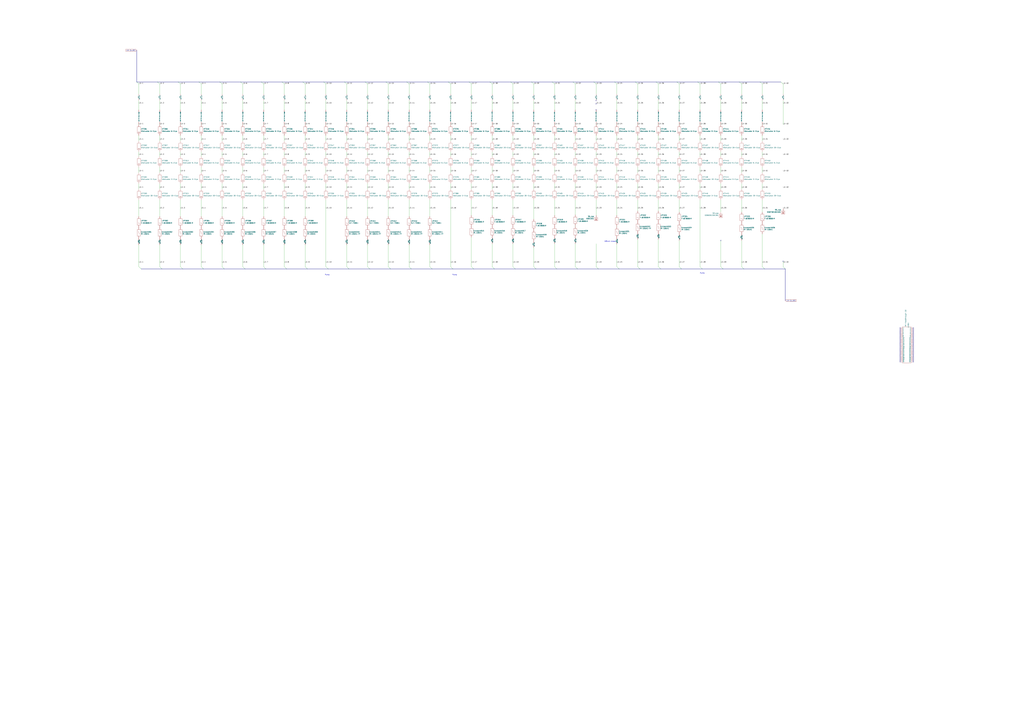
<source format=kicad_sch>
(kicad_sch (version 20230121) (generator eeschema)
  (paper "A0")
  (no_connect (at 1060.45 383.54))
  (no_connect (at 1060.45 405.13))
  (no_connect (at 1060.45 400.05))
  (no_connect (at 1045.21 403.86))
  (no_connect (at 1045.21 398.78))
  (no_connect (at 1045.21 402.59))
  (no_connect (at 1060.45 389.89))
  (no_connect (at 1060.45 411.48))
  (no_connect (at 1045.21 416.56))
  (no_connect (at 1060.45 387.35))
  (no_connect (at 1045.21 414.02))
  (no_connect (at 1045.21 388.62))
  (no_connect (at 836.93 279.4))
  (no_connect (at 1045.21 389.89))
  (no_connect (at 1045.21 405.13))
  (no_connect (at 692.15 127.635))
  (no_connect (at 692.15 116.84))
  (no_connect (at 1060.45 408.94))
  (no_connect (at 1060.45 401.32))
  (no_connect (at 1060.45 396.24))
  (no_connect (at 1045.21 396.24))
  (no_connect (at 1045.21 407.67))
  (no_connect (at 1060.45 386.08))
  (no_connect (at 1060.45 417.83))
  (no_connect (at 1045.21 420.37))
  (no_connect (at 1060.45 419.1))
  (no_connect (at 1045.21 391.16))
  (no_connect (at 1060.45 420.37))
  (no_connect (at 1045.21 411.48))
  (no_connect (at 1045.21 381))
  (no_connect (at 1045.21 393.7))
  (no_connect (at 1045.21 383.54))
  (no_connect (at 1060.45 392.43))
  (no_connect (at 1060.45 388.62))
  (no_connect (at 1060.45 412.75))
  (no_connect (at 1045.21 408.94))
  (no_connect (at 1060.45 414.02))
  (no_connect (at 1060.45 381))
  (no_connect (at 692.15 120.65))
  (no_connect (at 1045.21 384.81))
  (no_connect (at 1045.21 392.43))
  (no_connect (at 1060.45 402.59))
  (no_connect (at 1045.21 412.75))
  (no_connect (at 1060.45 393.7))
  (no_connect (at 1060.45 394.97))
  (no_connect (at 1060.45 384.81))
  (no_connect (at 1045.21 401.32))
  (no_connect (at 1045.21 415.29))
  (no_connect (at 909.32 303.53))
  (no_connect (at 1060.45 398.78))
  (no_connect (at 1060.45 406.4))
  (no_connect (at 1045.21 386.08))
  (no_connect (at 1060.45 407.67))
  (no_connect (at 1060.45 410.21))
  (no_connect (at 1045.21 410.21))
  (no_connect (at 1060.45 391.16))
  (no_connect (at 1045.21 419.1))
  (no_connect (at 1045.21 397.51))
  (no_connect (at 1060.45 416.56))
  (no_connect (at 1045.21 406.4))
  (no_connect (at 1060.45 415.29))
  (no_connect (at 1045.21 382.27))
  (no_connect (at 1045.21 387.35))
  (no_connect (at 1060.45 397.51))
  (no_connect (at 1045.21 394.97))
  (no_connect (at 1045.21 417.83))
  (no_connect (at 1060.45 382.27))
  (no_connect (at 1045.21 400.05))
  (no_connect (at 1060.45 403.86))
  (bus_entry (at 861.06 97.79) (size -2.54 -2.54))
  (bus_entry (at 571.5 309.88) (size 2.54 2.54))
  (bus_entry (at 209.55 97.79) (size -2.54 -2.54))
  (bus_entry (at 764.54 97.79) (size -2.54 -2.54))
  (bus_entry (at 643.89 309.88) (size 2.54 2.54))
  (bus_entry (at 836.93 309.88) (size 2.54 2.54))
  (bus_entry (at 740.41 309.88) (size 2.54 2.54))
  (bus_entry (at 161.29 97.79) (size -2.54 -2.54))
  (bus_entry (at 378.46 309.88) (size 2.54 2.54))
  (bus_entry (at 643.89 97.79) (size -2.54 -2.54))
  (bus_entry (at 547.37 97.79) (size -2.54 -2.54))
  (bus_entry (at 716.28 97.79) (size -2.54 -2.54))
  (bus_entry (at 692.15 309.88) (size 2.54 2.54))
  (bus_entry (at 595.63 97.79) (size -2.54 -2.54))
  (bus_entry (at 499.11 309.88) (size 2.54 2.54))
  (bus_entry (at 909.32 309.88) (size 2.54 2.54))
  (bus_entry (at 885.19 97.79) (size -2.54 -2.54))
  (bus_entry (at 668.02 309.88) (size 2.54 2.54))
  (bus_entry (at 306.07 309.88) (size 2.54 2.54))
  (bus_entry (at 523.24 309.88) (size 2.54 2.54))
  (bus_entry (at 426.72 97.79) (size -2.54 -2.54))
  (bus_entry (at 836.93 97.79) (size -2.54 -2.54))
  (bus_entry (at 474.98 97.79) (size -2.54 -2.54))
  (bus_entry (at 161.29 309.88) (size 2.54 2.54))
  (bus_entry (at 233.68 97.79) (size -2.54 -2.54))
  (bus_entry (at 450.85 97.79) (size -2.54 -2.54))
  (bus_entry (at 788.67 309.88) (size 2.54 2.54))
  (bus_entry (at 426.72 309.88) (size 2.54 2.54))
  (bus_entry (at 209.55 309.88) (size 2.54 2.54))
  (bus_entry (at 474.98 309.88) (size 2.54 2.54))
  (bus_entry (at 378.46 97.79) (size -2.54 -2.54))
  (bus_entry (at 909.32 97.79) (size -2.54 -2.54))
  (bus_entry (at 499.11 97.79) (size -2.54 -2.54))
  (bus_entry (at 523.24 97.79) (size -2.54 -2.54))
  (bus_entry (at 354.33 97.79) (size -2.54 -2.54))
  (bus_entry (at 716.28 309.88) (size 2.54 2.54))
  (bus_entry (at 788.67 97.79) (size -2.54 -2.54))
  (bus_entry (at 354.33 309.88) (size 2.54 2.54))
  (bus_entry (at 740.41 97.79) (size -2.54 -2.54))
  (bus_entry (at 257.81 97.79) (size -2.54 -2.54))
  (bus_entry (at 595.63 309.88) (size 2.54 2.54))
  (bus_entry (at 861.06 309.88) (size 2.54 2.54))
  (bus_entry (at 885.19 309.88) (size 2.54 2.54))
  (bus_entry (at 257.81 309.88) (size 2.54 2.54))
  (bus_entry (at 812.8 97.79) (size -2.54 -2.54))
  (bus_entry (at 402.59 97.79) (size -2.54 -2.54))
  (bus_entry (at 547.37 309.88) (size 2.54 2.54))
  (bus_entry (at 233.68 309.88) (size 2.54 2.54))
  (bus_entry (at 571.5 97.79) (size -2.54 -2.54))
  (bus_entry (at 185.42 97.79) (size -2.54 -2.54))
  (bus_entry (at 185.42 309.88) (size 2.54 2.54))
  (bus_entry (at 692.15 97.79) (size -2.54 -2.54))
  (bus_entry (at 330.2 309.88) (size 2.54 2.54))
  (bus_entry (at 281.94 309.88) (size 2.54 2.54))
  (bus_entry (at 619.76 309.88) (size 2.54 2.54))
  (bus_entry (at 281.94 97.79) (size -2.54 -2.54))
  (bus_entry (at 812.8 309.88) (size 2.54 2.54))
  (bus_entry (at 619.76 97.79) (size -2.54 -2.54))
  (bus_entry (at 764.54 309.88) (size 2.54 2.54))
  (bus_entry (at 668.02 97.79) (size -2.54 -2.54))
  (bus_entry (at 450.85 309.88) (size 2.54 2.54))
  (bus_entry (at 402.59 309.88) (size 2.54 2.54))
  (bus_entry (at 306.07 97.79) (size -2.54 -2.54))
  (bus_entry (at 330.2 97.79) (size -2.54 -2.54))
  (wire (pts (xy 233.68 232.41) (xy 233.68 251.46)))
  (wire (pts (xy 233.68 97.79) (xy 233.68 109.22)))
  (wire (pts (xy 306.07 232.41) (xy 306.07 251.46)))
  (wire (pts (xy 812.8 176.53) (xy 812.8 181.61)))
  (wire (pts (xy 716.28 262.89) (xy 716.28 263.525)))
  (wire (pts (xy 716.28 176.53) (xy 716.28 181.61)))
  (wire (pts (xy 378.46 144.145) (xy 378.46 144.78)))
  (wire (pts (xy 209.55 97.79) (xy 209.55 109.22)))
  (wire (pts (xy 474.98 157.48) (xy 474.98 163.83)))
  (wire (pts (xy 233.68 194.31) (xy 233.68 200.66)))
  (wire (pts (xy 740.41 194.31) (xy 740.41 200.66)))
  (wire (pts (xy 378.46 232.41) (xy 378.46 309.88)))
  (bus (pts (xy 477.52 312.42) (xy 501.65 312.42)))
  (wire (pts (xy 861.06 176.53) (xy 861.06 181.61)))
  (wire (pts (xy 474.98 176.53) (xy 474.98 181.61)))
  (bus (pts (xy 356.87 312.42) (xy 381 312.42)))
  (wire (pts (xy 281.94 97.79) (xy 281.94 109.22)))
  (wire (pts (xy 474.98 144.145) (xy 474.98 144.78)))
  (wire (pts (xy 330.2 213.36) (xy 330.2 219.71)))
  (wire (pts (xy 281.94 284.48) (xy 281.94 309.88)))
  (wire (pts (xy 306.07 194.31) (xy 306.07 200.66)))
  (wire (pts (xy 499.11 116.84) (xy 499.11 127.635)))
  (wire (pts (xy 764.54 157.48) (xy 764.54 163.83)))
  (wire (pts (xy 643.89 157.48) (xy 643.89 163.83)))
  (wire (pts (xy 740.41 144.145) (xy 740.41 144.78)))
  (bus (pts (xy 279.4 95.25) (xy 255.27 95.25)))
  (bus (pts (xy 260.35 312.42) (xy 284.48 312.42)))
  (wire (pts (xy 330.2 144.145) (xy 330.2 144.78)))
  (wire (pts (xy 836.93 116.84) (xy 836.93 127.635)))
  (wire (pts (xy 595.63 232.41) (xy 595.63 250.19)))
  (wire (pts (xy 499.11 97.79) (xy 499.11 109.22)))
  (bus (pts (xy 496.57 95.25) (xy 472.44 95.25)))
  (wire (pts (xy 499.11 232.41) (xy 499.11 251.46)))
  (wire (pts (xy 474.98 213.36) (xy 474.98 219.71)))
  (wire (pts (xy 209.55 176.53) (xy 209.55 181.61)))
  (wire (pts (xy 450.85 176.53) (xy 450.85 181.61)))
  (wire (pts (xy 619.76 176.53) (xy 619.76 181.61)))
  (wire (pts (xy 619.76 287.655) (xy 619.76 309.88)))
  (wire (pts (xy 450.85 157.48) (xy 450.85 163.83)))
  (wire (pts (xy 161.29 157.48) (xy 161.29 163.83)))
  (wire (pts (xy 788.67 157.48) (xy 788.67 163.83)))
  (wire (pts (xy 861.06 97.79) (xy 861.06 109.22)))
  (wire (pts (xy 209.55 284.48) (xy 209.55 309.88)))
  (wire (pts (xy 643.89 116.84) (xy 643.89 127.635)))
  (wire (pts (xy 378.46 176.53) (xy 378.46 181.61)))
  (bus (pts (xy 641.35 95.25) (xy 617.22 95.25)))
  (wire (pts (xy 861.06 232.41) (xy 861.06 246.38)))
  (wire (pts (xy 233.68 144.145) (xy 233.68 144.78)))
  (wire (pts (xy 595.63 194.31) (xy 595.63 200.66)))
  (wire (pts (xy 885.19 232.41) (xy 885.19 246.38)))
  (wire (pts (xy 764.54 97.79) (xy 764.54 109.22)))
  (wire (pts (xy 499.11 144.145) (xy 499.11 144.78)))
  (wire (pts (xy 426.72 116.84) (xy 426.72 127.635)))
  (wire (pts (xy 812.8 144.145) (xy 812.8 144.78)))
  (wire (pts (xy 209.55 144.145) (xy 209.55 144.78)))
  (bus (pts (xy 424.18 95.25) (xy 400.05 95.25)))
  (bus (pts (xy 182.88 95.25) (xy 158.75 95.25)))
  (wire (pts (xy 764.54 176.53) (xy 764.54 181.61)))
  (bus (pts (xy 839.47 312.42) (xy 863.6 312.42)))
  (wire (pts (xy 426.72 194.31) (xy 426.72 200.66)))
  (bus (pts (xy 236.22 312.42) (xy 260.35 312.42)))
  (wire (pts (xy 209.55 232.41) (xy 209.55 251.46)))
  (wire (pts (xy 233.68 157.48) (xy 233.68 163.83)))
  (wire (pts (xy 861.06 213.36) (xy 861.06 219.71)))
  (wire (pts (xy 474.98 194.31) (xy 474.98 200.66)))
  (wire (pts (xy 595.63 97.79) (xy 595.63 109.22)))
  (wire (pts (xy 668.02 213.36) (xy 668.02 219.71)))
  (wire (pts (xy 812.8 213.36) (xy 812.8 219.71)))
  (wire (pts (xy 233.68 176.53) (xy 233.68 181.61)))
  (bus (pts (xy 834.39 95.25) (xy 810.26 95.25)))
  (wire (pts (xy 402.59 176.53) (xy 402.59 181.61)))
  (wire (pts (xy 402.59 213.36) (xy 402.59 219.71)))
  (wire (pts (xy 450.85 194.31) (xy 450.85 200.66)))
  (wire (pts (xy 354.33 144.145) (xy 354.33 144.78)))
  (wire (pts (xy 474.98 97.79) (xy 474.98 109.22)))
  (bus (pts (xy 887.73 312.42) (xy 911.86 312.42)))
  (wire (pts (xy 812.8 232.41) (xy 812.8 309.88)))
  (wire (pts (xy 764.54 278.13) (xy 764.54 309.88)))
  (wire (pts (xy 426.72 144.145) (xy 426.72 144.78)))
  (wire (pts (xy 281.94 213.36) (xy 281.94 219.71)))
  (bus (pts (xy 429.26 312.42) (xy 453.39 312.42)))
  (wire (pts (xy 764.54 144.145) (xy 764.54 144.78)))
  (wire (pts (xy 764.54 116.84) (xy 764.54 127.635)))
  (wire (pts (xy 185.42 284.48) (xy 185.42 309.88)))
  (wire (pts (xy 233.68 284.48) (xy 233.68 309.88)))
  (wire (pts (xy 499.11 157.48) (xy 499.11 163.83)))
  (wire (pts (xy 523.24 194.31) (xy 523.24 200.66)))
  (wire (pts (xy 643.89 176.53) (xy 643.89 181.61)))
  (bus (pts (xy 375.92 95.25) (xy 351.79 95.25)))
  (wire (pts (xy 861.06 116.84) (xy 861.06 127.635)))
  (wire (pts (xy 281.94 144.145) (xy 281.94 144.78)))
  (wire (pts (xy 885.19 176.53) (xy 885.19 181.61)))
  (wire (pts (xy 402.59 157.48) (xy 402.59 163.83)))
  (bus (pts (xy 858.52 95.25) (xy 834.39 95.25)))
  (wire (pts (xy 885.19 144.145) (xy 885.19 144.78)))
  (wire (pts (xy 885.19 271.78) (xy 885.19 309.88)))
  (wire (pts (xy 257.81 194.31) (xy 257.81 200.66)))
  (bus (pts (xy 737.87 95.25) (xy 713.74 95.25)))
  (wire (pts (xy 402.59 97.79) (xy 402.59 109.22)))
  (wire (pts (xy 523.24 176.53) (xy 523.24 181.61)))
  (wire (pts (xy 740.41 116.84) (xy 740.41 127.635)))
  (wire (pts (xy 571.5 283.21) (xy 571.5 309.88)))
  (bus (pts (xy 791.21 312.42) (xy 815.34 312.42)))
  (wire (pts (xy 643.89 232.41) (xy 643.89 250.19)))
  (bus (pts (xy 762 95.25) (xy 737.87 95.25)))
  (bus (pts (xy 622.3 312.42) (xy 646.43 312.42)))
  (wire (pts (xy 836.93 144.145) (xy 836.93 144.78)))
  (bus (pts (xy 810.26 95.25) (xy 786.13 95.25)))
  (wire (pts (xy 209.55 116.84) (xy 209.55 127.635)))
  (bus (pts (xy 670.56 312.42) (xy 694.69 312.42)))
  (wire (pts (xy 861.06 194.31) (xy 861.06 200.66)))
  (wire (pts (xy 547.37 275.59) (xy 547.37 309.88)))
  (bus (pts (xy 544.83 95.25) (xy 520.7 95.25)))
  (wire (pts (xy 716.28 144.145) (xy 716.28 144.78)))
  (wire (pts (xy 354.33 194.31) (xy 354.33 200.66)))
  (wire (pts (xy 306.07 157.48) (xy 306.07 163.83)))
  (wire (pts (xy 692.15 157.48) (xy 692.15 163.83)))
  (wire (pts (xy 330.2 116.84) (xy 330.2 127.635)))
  (wire (pts (xy 571.5 194.31) (xy 571.5 200.66)))
  (wire (pts (xy 306.07 144.145) (xy 306.07 144.78)))
  (wire (pts (xy 547.37 194.31) (xy 547.37 200.66)))
  (wire (pts (xy 354.33 116.84) (xy 354.33 127.635)))
  (wire (pts (xy 209.55 157.48) (xy 209.55 163.83)))
  (bus (pts (xy 598.17 312.42) (xy 622.3 312.42)))
  (wire (pts (xy 547.37 144.145) (xy 547.37 144.78)))
  (wire (pts (xy 523.24 157.48) (xy 523.24 163.83)))
  (wire (pts (xy 668.02 144.145) (xy 668.02 144.78)))
  (wire (pts (xy 474.98 284.48) (xy 474.98 309.88)))
  (bus (pts (xy 453.39 312.42) (xy 477.52 312.42)))
  (bus (pts (xy 617.22 95.25) (xy 593.09 95.25)))
  (wire (pts (xy 281.94 157.48) (xy 281.94 163.83)))
  (wire (pts (xy 692.15 283.21) (xy 692.15 309.88)))
  (wire (pts (xy 523.24 97.79) (xy 523.24 109.22)))
  (wire (pts (xy 788.67 116.84) (xy 788.67 127.635)))
  (wire (pts (xy 571.5 97.79) (xy 571.5 109.22)))
  (wire (pts (xy 354.33 97.79) (xy 354.33 109.22)))
  (wire (pts (xy 692.15 194.31) (xy 692.15 200.66)))
  (wire (pts (xy 595.63 283.21) (xy 595.63 309.88)))
  (wire (pts (xy 354.33 176.53) (xy 354.33 181.61)))
  (wire (pts (xy 233.68 213.36) (xy 233.68 219.71)))
  (wire (pts (xy 281.94 116.84) (xy 281.94 127.635)))
  (wire (pts (xy 161.29 213.36) (xy 161.29 219.71)))
  (wire (pts (xy 571.5 116.84) (xy 571.5 127.635)))
  (bus (pts (xy 187.96 312.42) (xy 212.09 312.42)))
  (bus (pts (xy 911.86 312.42) (xy 911.86 349.25)))
  (wire (pts (xy 523.24 232.41) (xy 523.24 309.88)))
  (wire (pts (xy 812.8 97.79) (xy 812.8 109.22)))
  (wire (pts (xy 499.11 194.31) (xy 499.11 200.66)))
  (wire (pts (xy 257.81 116.84) (xy 257.81 127.635)))
  (wire (pts (xy 740.41 97.79) (xy 740.41 109.22)))
  (wire (pts (xy 378.46 97.79) (xy 378.46 109.22)))
  (wire (pts (xy 619.76 97.79) (xy 619.76 109.22)))
  (wire (pts (xy 185.42 176.53) (xy 185.42 181.61)))
  (wire (pts (xy 257.81 232.41) (xy 257.81 251.46)))
  (bus (pts (xy 549.91 312.42) (xy 574.04 312.42)))
  (bus (pts (xy 520.7 95.25) (xy 496.57 95.25)))
  (wire (pts (xy 547.37 157.48) (xy 547.37 163.83)))
  (bus (pts (xy 231.14 95.25) (xy 207.01 95.25)))
  (wire (pts (xy 161.29 116.84) (xy 161.29 127.635)))
  (bus (pts (xy 568.96 95.25) (xy 544.83 95.25)))
  (wire (pts (xy 788.67 232.41) (xy 788.67 246.38)))
  (bus (pts (xy 786.13 95.25) (xy 762 95.25)))
  (wire (pts (xy 595.63 176.53) (xy 595.63 181.61)))
  (bus (pts (xy 863.6 312.42) (xy 887.73 312.42)))
  (wire (pts (xy 185.42 144.145) (xy 185.42 144.78)))
  (wire (pts (xy 185.42 157.48) (xy 185.42 163.83)))
  (wire (pts (xy 885.19 97.79) (xy 885.19 109.22)))
  (wire (pts (xy 812.8 157.48) (xy 812.8 163.83)))
  (wire (pts (xy 257.81 144.145) (xy 257.81 144.78)))
  (wire (pts (xy 523.24 213.36) (xy 523.24 219.71)))
  (wire (pts (xy 402.59 116.84) (xy 402.59 127.635)))
  (wire (pts (xy 257.81 176.53) (xy 257.81 181.61)))
  (wire (pts (xy 426.72 284.48) (xy 426.72 309.88)))
  (wire (pts (xy 378.46 213.36) (xy 378.46 219.71)))
  (wire (pts (xy 161.29 284.48) (xy 161.29 309.88)))
  (bus (pts (xy 472.44 95.25) (xy 448.31 95.25)))
  (wire (pts (xy 885.19 157.48) (xy 885.19 163.83)))
  (wire (pts (xy 668.02 283.21) (xy 668.02 309.88)))
  (wire (pts (xy 402.59 232.41) (xy 402.59 251.46)))
  (wire (pts (xy 619.76 194.31) (xy 619.76 200.66)))
  (bus (pts (xy 501.65 312.42) (xy 525.78 312.42)))
  (wire (pts (xy 668.02 97.79) (xy 668.02 109.22)))
  (wire (pts (xy 643.89 97.79) (xy 643.89 109.22)))
  (wire (pts (xy 619.76 157.48) (xy 619.76 163.83)))
  (wire (pts (xy 161.29 176.53) (xy 161.29 181.61)))
  (wire (pts (xy 354.33 284.48) (xy 354.33 309.88)))
  (wire (pts (xy 547.37 176.53) (xy 547.37 181.61)))
  (wire (pts (xy 740.41 213.36) (xy 740.41 219.71)))
  (bus (pts (xy 284.48 312.42) (xy 308.61 312.42)))
  (wire (pts (xy 861.06 157.48) (xy 861.06 163.83)))
  (wire (pts (xy 330.2 284.48) (xy 330.2 309.88)))
  (wire (pts (xy 185.42 194.31) (xy 185.42 200.66)))
  (wire (pts (xy 885.19 213.36) (xy 885.19 219.71)))
  (bus (pts (xy 448.31 95.25) (xy 424.18 95.25)))
  (bus (pts (xy 158.75 95.25) (xy 158.75 58.42)))
  (bus (pts (xy 689.61 95.25) (xy 665.48 95.25)))
  (bus (pts (xy 593.09 95.25) (xy 568.96 95.25)))
  (bus (pts (xy 815.34 312.42) (xy 839.47 312.42)))
  (wire (pts (xy 281.94 176.53) (xy 281.94 181.61)))
  (wire (pts (xy 836.93 232.41) (xy 836.93 246.38)))
  (wire (pts (xy 402.59 284.48) (xy 402.59 309.88)))
  (wire (pts (xy 450.85 232.41) (xy 450.85 251.46)))
  (bus (pts (xy 694.69 312.42) (xy 718.82 312.42)))
  (wire (pts (xy 281.94 232.41) (xy 281.94 251.46)))
  (bus (pts (xy 665.48 95.25) (xy 641.35 95.25)))
  (wire (pts (xy 499.11 176.53) (xy 499.11 181.61)))
  (wire (pts (xy 668.02 157.48) (xy 668.02 163.83)))
  (wire (pts (xy 306.07 176.53) (xy 306.07 181.61)))
  (wire (pts (xy 885.19 194.31) (xy 885.19 200.66)))
  (wire (pts (xy 306.07 97.79) (xy 306.07 109.22)))
  (wire (pts (xy 330.2 232.41) (xy 330.2 251.46)))
  (wire (pts (xy 812.8 194.31) (xy 812.8 200.66)))
  (bus (pts (xy 718.82 312.42) (xy 742.95 312.42)))
  (wire (pts (xy 426.72 157.48) (xy 426.72 163.83)))
  (wire (pts (xy 402.59 144.145) (xy 402.59 144.78)))
  (bus (pts (xy 351.79 95.25) (xy 327.66 95.25)))
  (wire (pts (xy 668.02 194.31) (xy 668.02 200.66)))
  (wire (pts (xy 571.5 144.145) (xy 571.5 144.78)))
  (wire (pts (xy 692.15 213.36) (xy 692.15 219.71)))
  (wire (pts (xy 643.89 213.36) (xy 643.89 219.71)))
  (wire (pts (xy 378.46 157.48) (xy 378.46 163.83)))
  (wire (pts (xy 909.32 116.84) (xy 909.32 144.78)))
  (wire (pts (xy 306.07 213.36) (xy 306.07 219.71)))
  (bus (pts (xy 400.05 95.25) (xy 375.92 95.25)))
  (bus (pts (xy 212.09 312.42) (xy 236.22 312.42)))
  (wire (pts (xy 643.89 144.145) (xy 643.89 144.78)))
  (wire (pts (xy 716.28 283.845) (xy 716.28 309.88)))
  (wire (pts (xy 716.28 194.31) (xy 716.28 200.66)))
  (wire (pts (xy 450.85 144.145) (xy 450.85 144.78)))
  (wire (pts (xy 788.67 144.145) (xy 788.67 144.78)))
  (wire (pts (xy 378.46 194.31) (xy 378.46 200.66)))
  (wire (pts (xy 571.5 232.41) (xy 571.5 250.19)))
  (bus (pts (xy 405.13 312.42) (xy 429.26 312.42)))
  (wire (pts (xy 668.02 232.41) (xy 668.02 249.555)))
  (wire (pts (xy 836.93 97.79) (xy 836.93 109.22)))
  (bus (pts (xy 163.83 312.42) (xy 187.96 312.42)))
  (wire (pts (xy 836.93 279.4) (xy 836.93 309.88)))
  (wire (pts (xy 909.32 97.79) (xy 909.32 109.22)))
  (wire (pts (xy 836.93 213.36) (xy 836.93 219.71)))
  (wire (pts (xy 595.63 213.36) (xy 595.63 219.71)))
  (wire (pts (xy 595.63 116.84) (xy 595.63 127.635)))
  (wire (pts (xy 474.98 232.41) (xy 474.98 251.46)))
  (wire (pts (xy 668.02 116.84) (xy 668.02 127.635)))
  (wire (pts (xy 257.81 97.79) (xy 257.81 109.22)))
  (bus (pts (xy 327.66 95.25) (xy 303.53 95.25)))
  (bus (pts (xy 742.95 312.42) (xy 767.08 312.42)))
  (wire (pts (xy 571.5 213.36) (xy 571.5 219.71)))
  (bus (pts (xy 882.65 95.25) (xy 858.52 95.25)))
  (wire (pts (xy 836.93 176.53) (xy 836.93 181.61)))
  (wire (pts (xy 788.67 194.31) (xy 788.67 200.66)))
  (wire (pts (xy 330.2 97.79) (xy 330.2 109.22)))
  (bus (pts (xy 906.78 95.25) (xy 882.65 95.25)))
  (bus (pts (xy 574.04 312.42) (xy 598.17 312.42)))
  (wire (pts (xy 740.41 245.11) (xy 740.41 232.41)))
  (wire (pts (xy 450.85 213.36) (xy 450.85 219.71)))
  (wire (pts (xy 450.85 116.84) (xy 450.85 127.635)))
  (wire (pts (xy 692.15 232.41) (xy 692.15 250.19)))
  (wire (pts (xy 595.63 144.145) (xy 595.63 144.78)))
  (wire (pts (xy 257.81 213.36) (xy 257.81 219.71)))
  (wire (pts (xy 788.67 213.36) (xy 788.67 219.71)))
  (wire (pts (xy 716.28 97.79) (xy 716.28 109.22)))
  (bus (pts (xy 713.74 95.25) (xy 689.61 95.25)))
  (wire (pts (xy 764.54 213.36) (xy 764.54 219.71)))
  (wire (pts (xy 836.93 194.31) (xy 836.93 200.66)))
  (wire (pts (xy 692.15 97.79) (xy 692.15 109.22)))
  (wire (pts (xy 812.8 116.84) (xy 812.8 127.635)))
  (wire (pts (xy 740.41 176.53) (xy 740.41 181.61)))
  (wire (pts (xy 185.42 116.84) (xy 185.42 127.635)))
  (wire (pts (xy 426.72 176.53) (xy 426.72 181.61)))
  (bus (pts (xy 207.01 95.25) (xy 182.88 95.25)))
  (wire (pts (xy 716.28 116.84) (xy 716.28 127.635)))
  (bus (pts (xy 525.78 312.42) (xy 549.91 312.42)))
  (wire (pts (xy 619.76 213.36) (xy 619.76 219.71)))
  (bus (pts (xy 308.61 312.42) (xy 332.74 312.42)))
  (wire (pts (xy 523.24 116.84) (xy 523.24 127.635)))
  (wire (pts (xy 523.24 144.145) (xy 523.24 144.78)))
  (wire (pts (xy 402.59 194.31) (xy 402.59 200.66)))
  (bus (pts (xy 381 312.42) (xy 405.13 312.42)))
  (wire (pts (xy 185.42 232.41) (xy 185.42 251.46)))
  (wire (pts (xy 547.37 213.36) (xy 547.37 219.71)))
  (wire (pts (xy 861.06 279.4) (xy 861.06 309.88)))
  (wire (pts (xy 330.2 176.53) (xy 330.2 181.61)))
  (wire (pts (xy 861.06 144.145) (xy 861.06 144.78)))
  (wire (pts (xy 885.19 116.84) (xy 885.19 127.635)))
  (wire (pts (xy 185.42 97.79) (xy 185.42 109.22)))
  (wire (pts (xy 161.29 194.31) (xy 161.29 200.66)))
  (wire (pts (xy 426.72 232.41) (xy 426.72 251.46)))
  (wire (pts (xy 354.33 157.48) (xy 354.33 163.83)))
  (wire (pts (xy 909.32 303.53) (xy 909.32 309.88)))
  (wire (pts (xy 740.41 278.13) (xy 740.41 309.88)))
  (wire (pts (xy 426.72 213.36) (xy 426.72 219.71)))
  (wire (pts (xy 716.28 157.48) (xy 716.28 163.83)))
  (wire (pts (xy 716.28 232.41) (xy 716.28 250.19)))
  (wire (pts (xy 692.15 144.145) (xy 692.15 144.78)))
  (wire (pts (xy 547.37 232.41) (xy 547.37 250.19)))
  (wire (pts (xy 257.81 284.48) (xy 257.81 309.88)))
  (wire (pts (xy 161.29 97.79) (xy 161.29 109.22)))
  (wire (pts (xy 257.81 157.48) (xy 257.81 163.83)))
  (wire (pts (xy 209.55 194.31) (xy 209.55 200.66)))
  (wire (pts (xy 209.55 213.36) (xy 209.55 219.71)))
  (wire (pts (xy 378.46 116.84) (xy 378.46 127.635)))
  (wire (pts (xy 330.2 157.48) (xy 330.2 163.83)))
  (wire (pts (xy 788.67 279.4) (xy 788.67 309.88)))
  (wire (pts (xy 788.67 176.53) (xy 788.67 181.61)))
  (wire (pts (xy 233.68 116.84) (xy 233.68 127.635)))
  (wire (pts (xy 185.42 213.36) (xy 185.42 219.71)))
  (wire (pts (xy 499.11 213.36) (xy 499.11 219.71)))
  (wire (pts (xy 692.15 176.53) (xy 692.15 181.61)))
  (wire (pts (xy 499.11 284.48) (xy 499.11 309.88)))
  (bus (pts (xy 255.27 95.25) (xy 231.14 95.25)))
  (wire (pts (xy 306.07 284.48) (xy 306.07 309.88)))
  (wire (pts (xy 571.5 157.48) (xy 571.5 163.83)))
  (wire (pts (xy 668.02 262.255) (xy 668.02 262.89)))
  (wire (pts (xy 619.76 232.41) (xy 619.76 254.635)))
  (bus (pts (xy 767.08 312.42) (xy 791.21 312.42)))
  (wire (pts (xy 764.54 194.31) (xy 764.54 200.66)))
  (wire (pts (xy 764.54 245.11) (xy 764.54 232.41)))
  (wire (pts (xy 619.76 144.145) (xy 619.76 144.78)))
  (wire (pts (xy 450.85 284.48) (xy 450.85 309.88)))
  (wire (pts (xy 161.29 232.41) (xy 161.29 251.46)))
  (bus (pts (xy 303.53 95.25) (xy 279.4 95.25)))
  (wire (pts (xy 474.98 116.84) (xy 474.98 127.635)))
  (wire (pts (xy 836.93 157.48) (xy 836.93 163.83)))
  (bus (pts (xy 332.74 312.42) (xy 356.87 312.42)))
  (wire (pts (xy 547.37 116.84) (xy 547.37 127.635)))
  (wire (pts (xy 595.63 157.48) (xy 595.63 163.83)))
  (wire (pts (xy 426.72 97.79) (xy 426.72 109.22)))
  (wire (pts (xy 643.89 283.21) (xy 643.89 309.88)))
  (wire (pts (xy 306.07 116.84) (xy 306.07 127.635)))
  (wire (pts (xy 547.37 97.79) (xy 547.37 109.22)))
  (wire (pts (xy 281.94 194.31) (xy 281.94 200.66)))
  (wire (pts (xy 450.85 97.79) (xy 450.85 109.22)))
  (wire (pts (xy 571.5 176.53) (xy 571.5 181.61)))
  (wire (pts (xy 354.33 232.41) (xy 354.33 251.46)))
  (wire (pts (xy 619.76 116.84) (xy 619.76 127.635)))
  (wire (pts (xy 788.67 97.79) (xy 788.67 109.22)))
  (wire (pts (xy 668.02 176.53) (xy 668.02 181.61)))
  (wire (pts (xy 716.28 213.36) (xy 716.28 219.71)))
  (bus (pts (xy 646.43 312.42) (xy 670.56 312.42)))
  (wire (pts (xy 740.41 157.48) (xy 740.41 163.83)))
  (wire (pts (xy 643.89 194.31) (xy 643.89 200.66)))
  (wire (pts (xy 354.33 213.36) (xy 354.33 219.71)))
  (wire (pts (xy 330.2 194.31) (xy 330.2 200.66)))
  (wire (pts (xy 161.29 144.145) (xy 161.29 144.78)))
  (text "18inch-brass" (at 701.675 281.305 0) (effects (font (size 1.27 1.27)) (justify left bottom)))
  (text "Pump\n" (at 812.8 318.135 0) (effects (font (size 1.27 1.27)) (justify left bottom)))
  (text "Pump\n" (at 525.145 320.04 0) (effects (font (size 1.27 1.27)) (justify left bottom)))
  (text "Pump\n" (at 377.19 320.04 0) (effects (font (size 1.27 1.27)) (justify left bottom)))
  (label "L3-15" (at 499.11 120.65 0))
  (label "L3-29" (at 836.93 305.435 0))
  (label "L3-15" (at 499.11 242.57 0))
  (label "L3-1" (at 161.29 120.65 0))
  (label "L3-16" (at 523.24 199.39 0))
  (label "L3-28" (at 812.8 180.34 0))
  (label "L3-18" (at 571.5 120.65 0))
  (label "L3-27" (at 788.67 242.57 0))
  (label "L3-19" (at 595.63 242.57 0))
  (label "L3-19" (at 595.63 218.44 0))
  (label "L3-18" (at 571.5 218.44 0))
  (label "L3-16" (at 523.24 218.44 0))
  (label "L3-10" (at 378.46 120.65 0))
  (label "L3-32" (at 909.32 97.79 0))
  (label "L3-8" (at 330.2 144.78 0))
  (label "L3-12" (at 426.72 97.79 0))
  (label "L3-26" (at 764.54 305.435 0))
  (label "L3-22" (at 668.02 180.34 0))
  (label "L3-4" (at 233.68 305.435 0))
  (label "L3-28" (at 812.8 120.65 0))
  (label "L3-24" (at 716.28 180.34 0))
  (label "L3-3" (at 209.55 199.39 0))
  (label "L3-13" (at 450.85 218.44 0))
  (label "L3-15" (at 499.11 218.44 0))
  (label "L3-3" (at 209.55 97.79 0))
  (label "L3-13" (at 450.85 162.56 0))
  (label "L3-1" (at 161.29 218.44 0))
  (label "L3-18" (at 571.5 305.435 0))
  (label "L3-28" (at 812.8 242.57 0))
  (label "L3-17" (at 547.37 305.435 0))
  (label "L3-28" (at 812.8 97.79 0))
  (label "L3-2" (at 185.42 305.435 0))
  (label "L3-23" (at 692.15 144.78 0))
  (label "L3-11" (at 402.59 199.39 0))
  (label "L3-2" (at 185.42 144.78 0))
  (label "L3-2" (at 185.42 97.79 0))
  (label "L3-9" (at 354.33 305.435 0))
  (label "L3-22" (at 668.02 120.65 0))
  (label "L3-21" (at 643.89 97.79 0))
  (label "L3-32" (at 909.32 162.56 0))
  (label "L3-11" (at 402.59 218.44 0))
  (label "L3-19" (at 595.63 97.79 0))
  (label "L3-23" (at 692.15 242.57 0))
  (label "L3-19" (at 595.63 199.39 0))
  (label "L3-27" (at 788.67 144.78 0))
  (label "L3-31" (at 885.19 180.34 0))
  (label "L3-18" (at 571.5 162.56 0))
  (label "L3-31" (at 885.19 144.78 0))
  (label "L3-32" (at 909.32 199.39 0))
  (label "L3-15" (at 499.11 305.435 0))
  (label "L3-22" (at 668.02 162.56 0))
  (label "L3-5" (at 257.81 218.44 0))
  (label "L3-32" (at 909.32 180.34 0))
  (label "L3-6" (at 281.94 180.34 0))
  (label "L3-15" (at 499.11 97.79 0))
  (label "L3-26" (at 764.54 144.78 0))
  (label "L3-14" (at 474.98 199.39 0))
  (label "L3-15" (at 499.11 144.78 0))
  (label "L3-21" (at 643.89 305.435 0))
  (label "L3-29" (at 836.93 180.34 0))
  (label "L3-29" (at 836.93 120.65 0))
  (label "L3-27" (at 788.67 305.435 0))
  (label "L3-14" (at 474.98 218.44 0))
  (label "L3-3" (at 209.55 305.435 0))
  (label "L3-21" (at 643.89 242.57 0))
  (label "L3-18" (at 571.5 180.34 0))
  (label "L3-4" (at 233.68 97.79 0))
  (label "L3-18" (at 571.5 144.78 0))
  (label "L3-29" (at 836.93 144.78 0))
  (label "L3-14" (at 474.98 162.56 0))
  (label "L3-23" (at 692.15 180.34 0))
  (label "L3-10" (at 378.46 305.435 0))
  (label "L3-24" (at 716.28 199.39 0))
  (label "L3-6" (at 281.94 144.78 0))
  (label "L3-16" (at 523.24 180.34 0))
  (label "L3-7" (at 306.07 180.34 0))
  (label "L3-3" (at 209.55 242.57 0))
  (label "L3-22" (at 668.02 218.44 0))
  (label "L3-31" (at 885.19 120.65 0))
  (label "L3-8" (at 330.2 120.65 0))
  (label "L3-31" (at 885.19 97.79 0))
  (label "L3-22" (at 668.02 305.435 0))
  (label "L3-26" (at 764.54 218.44 0))
  (label "L3-11" (at 402.59 242.57 0))
  (label "L3-12" (at 426.72 242.57 0))
  (label "L3-8" (at 330.2 218.44 0))
  (label "L3-11" (at 402.59 120.65 0))
  (label "L3-12" (at 426.72 218.44 0))
  (label "L3-32" (at 909.32 305.435 0))
  (label "L3-32" (at 909.32 218.44 0))
  (label "L3-28" (at 812.8 144.78 0))
  (label "L3-2" (at 185.42 120.65 0))
  (label "L3-26" (at 764.54 120.65 0))
  (label "L3-23" (at 692.15 199.39 0))
  (label "L3-26" (at 764.54 162.56 0))
  (label "L3-9" (at 354.33 120.65 0))
  (label "L3-22" (at 668.02 144.78 0))
  (label "L3-3" (at 209.55 120.65 0))
  (label "L3-1" (at 161.29 242.57 0))
  (label "L3-13" (at 450.85 242.57 0))
  (label "L3-30" (at 861.06 199.39 0))
  (label "L3-7" (at 306.07 305.435 0))
  (label "L3-9" (at 354.33 97.79 0))
  (label "L3-19" (at 595.63 120.65 0))
  (label "L3-11" (at 402.59 305.435 0))
  (label "L3-25" (at 740.41 199.39 0))
  (label "L3-12" (at 426.72 305.435 0))
  (label "L3-11" (at 402.59 97.79 0))
  (label "L3-11" (at 402.59 144.78 0))
  (label "L3-9" (at 354.33 218.44 0))
  (label "L3-31" (at 885.19 199.39 0))
  (label "L3-23" (at 692.15 97.79 0))
  (label "L3-27" (at 788.67 120.65 0))
  (label "L3-23" (at 692.15 305.435 0))
  (label "L3-9" (at 354.33 199.39 0))
  (label "L3-30" (at 861.06 144.78 0))
  (label "L3-4" (at 233.68 120.65 0))
  (label "L3-11" (at 402.59 162.56 0))
  (label "L3-9" (at 354.33 144.78 0))
  (label "L3-7" (at 306.07 144.78 0))
  (label "L3-13" (at 450.85 199.39 0))
  (label "L3-17" (at 547.37 242.57 0))
  (label "L3-28" (at 812.8 305.435 0))
  (label "L3-1" (at 161.29 97.79 0))
  (label "L3-18" (at 571.5 199.39 0))
  (label "L3-30" (at 861.06 180.34 0))
  (label "L3-20" (at 619.76 218.44 0))
  (label "L3-10" (at 378.46 144.78 0))
  (label "L3-13" (at 450.85 144.78 0))
  (label "L3-6" (at 281.94 305.435 0))
  (label "L3-26" (at 764.54 199.39 0))
  (label "L3-3" (at 209.55 218.44 0))
  (label "L3-25" (at 740.41 180.34 0))
  (label "L3-27" (at 788.67 199.39 0))
  (label "L3-25" (at 740.41 144.78 0))
  (label "L3-25" (at 740.41 242.57 0))
  (label "L3-15" (at 499.11 199.39 0))
  (label "L3-5" (at 257.81 199.39 0))
  (label "L3-12" (at 426.72 180.34 0))
  (label "L3-14" (at 474.98 242.57 0))
  (label "L3-26" (at 764.54 97.79 0))
  (label "L3-8" (at 330.2 97.79 0))
  (label "L3-29" (at 836.93 242.57 0))
  (label "L3-28" (at 812.8 199.39 0))
  (label "L3-12" (at 426.72 162.56 0))
  (label "L3-20" (at 619.76 120.65 0))
  (label "L3-21" (at 643.89 199.39 0))
  (label "L3-25" (at 740.41 97.79 0))
  (label "L3-14" (at 474.98 144.78 0))
  (label "L3-22" (at 668.02 242.57 0))
  (label "L3-6" (at 281.94 162.56 0))
  (label "L3-15" (at 499.11 162.56 0))
  (label "L3-20" (at 619.76 97.79 0))
  (label "L3-25" (at 740.41 218.44 0))
  (label "L3-17" (at 547.37 199.39 0))
  (label "L3-17" (at 547.37 120.65 0))
  (label "L3-21" (at 643.89 120.65 0))
  (label "L3-23" (at 692.15 120.65 0))
  (label "L3-6" (at 281.94 199.39 0))
  (label "L3-20" (at 619.76 180.34 0))
  (label "L3-5" (at 257.81 162.56 0))
  (label "L3-10" (at 378.46 242.57 0))
  (label "L3-30" (at 861.06 242.57 0))
  (label "L3-14" (at 474.98 305.435 0))
  (label "L3-27" (at 788.67 162.56 0))
  (label "L3-20" (at 619.76 144.78 0))
  (label "L3-2" (at 185.42 180.34 0))
  (label "L3-14" (at 474.98 120.65 0))
  (label "L3-29" (at 836.93 218.44 0))
  (label "L3-8" (at 330.2 199.39 0))
  (label "L3-2" (at 185.42 218.44 0))
  (label "L3-25" (at 740.41 120.65 0))
  (label "L3-4" (at 233.68 242.57 0))
  (label "L3-5" (at 257.81 305.435 0))
  (label "L3-30" (at 861.06 305.435 0))
  (label "L3-1" (at 161.29 180.34 0))
  (label "L3-19" (at 595.63 180.34 0))
  (label "L3-14" (at 474.98 97.79 0))
  (label "L3-7" (at 306.07 199.39 0))
  (label "L3-5" (at 257.81 242.57 0))
  (label "L3-21" (at 643.89 180.34 0))
  (label "L3-6" (at 281.94 218.44 0))
  (label "L3-30" (at 861.06 97.79 0))
  (label "L3-11" (at 402.59 180.34 0))
  (label "L3-31" (at 885.19 242.57 0))
  (label "L3-6" (at 281.94 120.65 0))
  (label "L3-23" (at 692.15 218.44 0))
  (label "L3-4" (at 233.68 199.39 0))
  (label "L3-24" (at 716.28 242.57 0))
  (label "L3-4" (at 233.68 144.78 0))
  (label "L3-4" (at 233.68 218.44 0))
  (label "L3-3" (at 209.55 180.34 0))
  (label "L3-27" (at 788.67 180.34 0))
  (label "L3-7" (at 306.07 162.56 0))
  (label "L3-19" (at 595.63 305.435 0))
  (label "L3-22" (at 668.02 97.79 0))
  (label "L3-5" (at 257.81 180.34 0))
  (label "L3-31" (at 885.19 218.44 0))
  (label "L3-25" (at 740.41 305.435 0))
  (label "L3-16" (at 523.24 162.56 0))
  (label "L3-30" (at 861.06 120.65 0))
  (label "L3-10" (at 378.46 218.44 0))
  (label "L3-18" (at 571.5 97.79 0))
  (label "L3-16" (at 523.24 144.78 0))
  (label "L3-7" (at 306.07 218.44 0))
  (label "L3-30" (at 861.06 162.56 0))
  (label "L3-21" (at 643.89 162.56 0))
  (label "L3-17" (at 547.37 162.56 0))
  (label "L3-12" (at 426.72 144.78 0))
  (label "L3-17" (at 547.37 97.79 0))
  (label "L3-13" (at 450.85 305.435 0))
  (label "L3-18" (at 571.5 242.57 0))
  (label "L3-16" (at 523.24 305.435 0))
  (label "L3-30" (at 861.06 218.44 0))
  (label "L3-9" (at 354.33 180.34 0))
  (label "L3-6" (at 281.94 242.57 0))
  (label "L3-31" (at 885.19 305.435 0))
  (label "L3-20" (at 619.76 242.57 0))
  (label "L3-21" (at 643.89 144.78 0))
  (label "L3-17" (at 547.37 180.34 0))
  (label "L3-12" (at 426.72 120.65 0))
  (label "L3-12" (at 426.72 199.39 0))
  (label "L3-8" (at 330.2 305.435 0))
  (label "L3-5" (at 257.81 97.79 0))
  (label "L3-3" (at 209.55 162.56 0))
  (label "L3-20" (at 619.76 162.56 0))
  (label "L3-24" (at 716.28 144.78 0))
  (label "L3-2" (at 185.42 162.56 0))
  (label "L3-26" (at 764.54 180.34 0))
  (label "L3-6" (at 281.94 97.79 0))
  (label "L3-1" (at 161.29 199.39 0))
  (label "L3-13" (at 450.85 97.79 0))
  (label "L3-27" (at 788.67 97.79 0))
  (label "L3-32" (at 909.32 144.78 0))
  (label "L3-13" (at 450.85 180.34 0))
  (label "L3-15" (at 499.11 180.34 0))
  (label "L3-24" (at 716.28 218.44 0))
  (label "L3-19" (at 595.63 144.78 0))
  (label "L3-7" (at 306.07 242.57 0))
  (label "L3-7" (at 306.07 97.79 0))
  (label "L3-5" (at 257.81 144.78 0))
  (label "L3-17" (at 547.37 218.44 0))
  (label "L3-8" (at 330.2 242.57 0))
  (label "L3-31" (at 885.19 162.56 0))
  (label "L3-26" (at 764.54 242.57 0))
  (label "L3-14" (at 474.98 180.34 0))
  (label "L3-24" (at 716.28 97.79 0))
  (label "L3-4" (at 233.68 162.56 0))
  (label "L3-24" (at 716.28 162.56 0))
  (label "L3-17" (at 547.37 144.78 0))
  (label "L3-1" (at 161.29 162.56 0))
  (label "L3-24" (at 716.28 120.65 0))
  (label "L3-28" (at 812.8 162.56 0))
  (label "L3-27" (at 788.67 218.44 0))
  (label "L3-8" (at 330.2 162.56 0))
  (label "L3-16" (at 523.24 120.65 0))
  (label "L3-2" (at 185.42 199.39 0))
  (label "L3-5" (at 257.81 120.65 0))
  (label "L3-16" (at 523.24 242.57 0))
  (label "L3-29" (at 836.93 97.79 0))
  (label "L3-25" (at 740.41 162.56 0))
  (label "L3-21" (at 643.89 218.44 0))
  (label "L3-32" (at 909.32 242.57 0))
  (label "L3-10" (at 378.46 162.56 0))
  (label "L3-13" (at 450.85 120.65 0))
  (label "L3-23" (at 692.15 162.56 0))
  (label "L3-28" (at 812.8 218.44 0))
  (label "L3-2" (at 185.42 242.57 0))
  (label "L3-3" (at 209.55 144.78 0))
  (label "L3-24" (at 716.28 305.435 0))
  (label "L3-22" (at 668.02 199.39 0))
  (label "L3-29" (at 836.93 162.56 0))
  (label "L3-1" (at 161.29 305.435 0))
  (label "L3-16" (at 523.24 97.79 0))
  (label "L3-8" (at 330.2 180.34 0))
  (label "L3-19" (at 595.63 162.56 0))
  (label "L3-10" (at 378.46 199.39 0))
  (label "L3-29" (at 836.93 199.39 0))
  (label "L3-1" (at 161.29 144.78 0))
  (label "L3-20" (at 619.76 305.435 0))
  (label "L3-7" (at 306.07 120.65 0))
  (label "L3-10" (at 378.46 97.79 0))
  (label "L3-32" (at 909.32 120.65 0))
  (label "L3-9" (at 354.33 162.56 0))
  (label "L3-4" (at 233.68 180.34 0))
  (label "L3-10" (at 378.46 180.34 0))
  (label "L3-20" (at 619.76 199.39 0))
  (label "L3-9" (at 354.33 242.57 0))
  (global_label "L3-[1..32]" (shape input) (at 158.75 58.42 180) (property "Intersheetrefs" "${INTERSHEET_REFS}" (effects hide)))
  (global_label "L3-[1..32]" (shape input) (at 911.86 349.25 0) (property "Intersheetrefs" "${INTERSHEET_REFS}" (effects hide)))
  (symbol (lib_id "Quantum Computing:Attenuator 20-Cryo") (at 643.89 226.06 0) (unit 1) (on_board no)
    (property "Reference" "ATT405" (at 646.43 224.79 0) (effects (justify left)))
    (property "Value" "Attenuator 20-Cryo" (at 646.43 227.33 0) (effects (justify left)))
  )
  (symbol (lib_id "Quantum Computing:SMA-SMP") (at 474.98 280.67 90) (unit 1)
    (property "Reference" "L:327" (at 474.345 280.67 0) (effects (font (size 0.64 0.64))))
    (property "Value" "SMA-SMP" (at 475.615 280.67 0) (effects (font (size 0.64 0.64))))
  )
  (symbol (lib_id "Quantum Computing:F‐30‐8000‐R") (at 619.76 260.985 0) (unit 1) (on_board no)
    (property "Reference" "LPF318" (at 622.3 259.7149 0) (effects (justify left)))
    (property "Value" "F‐30‐8000‐R" (at 622.3 262.2549 0) (effects (justify left)))
  )
  (symbol (lib_id "Quantum Computing:NbTi-RF-line") (at 450.85 135.89 90) (unit 1)
    (property "Reference" "LX-X313" (at 450.85 132.08 0) (effects (font (size 0.64 0.64))))
    (property "Value" "NbTi-RF-line" (at 450.85 137.795 0) (effects (font (size 0.64 0.64))))
  )
  (symbol (lib_id "Quantum Computing:Attenuator 10-Cryo") (at 836.93 226.06 0) (unit 1) (on_board no)
    (property "Reference" "ATT445" (at 839.47 224.79 0) (effects (justify left)))
    (property "Value" "Attenuator 10-Cryo" (at 839.47 227.33 0) (effects (justify left)))
  )
  (symbol (lib_id "Quantum Computing:Attenuator 10-Cryo") (at 474.98 170.18 0) (unit 1) (on_board no)
    (property "Reference" "ATT367" (at 477.52 168.91 0) (effects (justify left)))
    (property "Value" "Attenuator 10-Cryo" (at 477.52 171.45 0) (effects (justify left)))
  )
  (symbol (lib_id "Quantum Computing:Attenuator 20-Cryo") (at 668.02 226.06 0) (unit 1) (on_board no)
    (property "Reference" "ATT410" (at 670.56 224.79 0) (effects (justify left)))
    (property "Value" "Attenuator 20-Cryo" (at 670.56 227.33 0) (effects (justify left)))
  )
  (symbol (lib_id "Quantum Computing:Attenuator 6-Cryo") (at 716.28 187.96 0) (unit 1) (on_board no)
    (property "Reference" "ATT418" (at 718.82 186.69 0) (effects (justify left)))
    (property "Value" "Attenuator 6-Cryo" (at 718.82 189.23 0) (effects (justify left)))
  )
  (symbol (lib_id "Quantum Computing:Attenuator 6-Cryo") (at 426.72 187.96 0) (unit 1) (on_board no)
    (property "Reference" "ATT358" (at 429.26 186.69 0) (effects (justify left)))
    (property "Value" "Attenuator 6-Cryo" (at 429.26 189.23 0) (effects (justify left)))
  )
  (symbol (lib_id "Quantum Computing:NbTi-RF-line") (at 161.29 135.89 90) (unit 1)
    (property "Reference" "LX-X301" (at 161.29 132.08 0) (effects (font (size 0.64 0.64))))
    (property "Value" "NbTi-RF-line" (at 161.29 137.795 0) (effects (font (size 0.64 0.64))))
  )
  (symbol (lib_id "Quantum Computing:Attenuator 20-Cryo") (at 740.41 226.06 0) (unit 1) (on_board no)
    (property "Reference" "ATT425" (at 742.95 224.79 0) (effects (justify left)))
    (property "Value" "Attenuator 20-Cryo" (at 742.95 227.33 0) (effects (justify left)))
  )
  (symbol (lib_id "Quantum Computing:F‐30‐8000‐R") (at 668.02 255.905 0) (unit 1) (on_board no)
    (property "Reference" "LPF320" (at 670.56 254.6349 0) (effects (justify left)))
    (property "Value" "F‐30‐8000‐R" (at 670.56 257.1749 0) (effects (justify left)))
  )
  (symbol (lib_id "Quantum Computing:COAX-6FT") (at 861.06 113.03 90) (unit 1)
    (property "Reference" "L:353" (at 860.425 113.03 0) (effects (font (size 0.64 0.64))))
    (property "Value" "COAX-6FT" (at 861.695 113.03 0) (effects (font (size 0.64 0.64))))
  )
  (symbol (lib_id "Quantum Computing:50_cap") (at 692.15 252.73 180) (unit 1) (on_board no)
    (property "Reference" "Ω301301" (at 689.61 254 0) (effects (justify left)))
    (property "Value" "50_cap" (at 689.61 251.46 0) (effects (justify left)))
  )
  (symbol (lib_id "Quantum Computing:Attenuator 30-Cryo") (at 474.98 226.06 0) (unit 1) (on_board no)
    (property "Reference" "ATT370" (at 477.52 224.79 0) (effects (justify left)))
    (property "Value" "Attenuator 30-Cryo" (at 477.52 227.33 0) (effects (justify left)))
  )
  (symbol (lib_id "Quantum Computing:Attenuator 6-Cryo") (at 281.94 151.13 0) (unit 1) (on_board no)
    (property "Reference" "ATT326" (at 284.48 149.86 0) (effects (justify left)))
    (property "Value" "Attenuator 6-Cryo" (at 284.48 152.4 0) (effects (justify left)))
  )
  (symbol (lib_id "Quantum Computing:Attenuator 30-Cryo") (at 595.63 226.06 0) (unit 1) (on_board no)
    (property "Reference" "ATT395" (at 598.17 224.79 0) (effects (justify left)))
    (property "Value" "Attenuator 30-Cryo" (at 598.17 227.33 0) (effects (justify left)))
  )
  (symbol (lib_id "Quantum Computing:Attenuator 6-Cryo") (at 595.63 151.13 0) (unit 1) (on_board no)
    (property "Reference" "ATT391" (at 598.17 149.86 0) (effects (justify left)))
    (property "Value" "Attenuator 6-Cryo" (at 598.17 152.4 0) (effects (justify left)))
  )
  (symbol (lib_id "Quantum Computing:Attenuator 6-Cryo") (at 861.06 187.96 0) (unit 1) (on_board no)
    (property "Reference" "ATT448" (at 863.6 186.69 0) (effects (justify left)))
    (property "Value" "Attenuator 6-Cryo" (at 863.6 189.23 0) (effects (justify left)))
  )
  (symbol (lib_id "Quantum Computing:IR-10GHz") (at 764.54 264.16 0) (unit 1) (on_board no)
    (property "Reference" "Eccosorb323" (at 766.826 263.144 0) (effects (justify left)))
    (property "Value" "IR-10GHz" (at 766.826 265.43 0) (effects (justify left)))
  )
  (symbol (lib_id "Quantum Computing:F‐30‐8000‐R") (at 233.68 257.81 0) (unit 1) (on_board no)
    (property "Reference" "LPF304" (at 236.22 256.5399 0) (effects (justify left)))
    (property "Value" "F‐30‐8000‐R" (at 236.22 259.0799 0) (effects (justify left)))
  )
  (symbol (lib_id "Quantum Computing:IR-10GHz") (at 233.68 270.51 0) (unit 1) (on_board no)
    (property "Reference" "Eccosorb304" (at 235.966 269.494 0) (effects (justify left)))
    (property "Value" "IR-10GHz" (at 235.966 271.78 0) (effects (justify left)))
  )
  (symbol (lib_id "Quantum Computing:Attenuator 30-Cryo") (at 306.07 226.06 0) (unit 1) (on_board no)
    (property "Reference" "ATT335" (at 308.61 224.79 0) (effects (justify left)))
    (property "Value" "Attenuator 30-Cryo" (at 308.61 227.33 0) (effects (justify left)))
  )
  (symbol (lib_id "Quantum Computing:Attenuator 6-Cryo") (at 547.37 151.13 0) (unit 1) (on_board no)
    (property "Reference" "ATT381" (at 549.91 149.86 0) (effects (justify left)))
    (property "Value" "Attenuator 6-Cryo" (at 549.91 152.4 0) (effects (justify left)))
  )
  (symbol (lib_id "Quantum Computing:COAX-6FT") (at 788.67 113.03 90) (unit 1)
    (property "Reference" "L:349" (at 788.035 113.03 0) (effects (font (size 0.64 0.64))))
    (property "Value" "COAX-6FT" (at 789.305 113.03 0) (effects (font (size 0.64 0.64))))
  )
  (symbol (lib_id "Quantum Computing:Attenuator 20-Cryo") (at 812.8 170.18 0) (unit 1) (on_board no)
    (property "Reference" "ATT437" (at 815.34 168.91 0) (effects (justify left)))
    (property "Value" "Attenuator 20-Cryo" (at 815.34 171.45 0) (effects (justify left)))
  )
  (symbol (lib_id "Quantum Computing:Attenuator 30-Cryo") (at 233.68 226.06 0) (unit 1) (on_board no)
    (property "Reference" "ATT320" (at 236.22 224.79 0) (effects (justify left)))
    (property "Value" "Attenuator 30-Cryo" (at 236.22 227.33 0) (effects (justify left)))
  )
  (symbol (lib_id "Quantum Computing:NbTi-RF-line") (at 209.55 135.89 90) (unit 1)
    (property "Reference" "LX-X303" (at 209.55 132.08 0) (effects (font (size 0.64 0.64))))
    (property "Value" "NbTi-RF-line" (at 209.55 137.795 0) (effects (font (size 0.64 0.64))))
  )
  (symbol (lib_id "Quantum Computing:Attenuator 10-Cryo") (at 354.33 170.18 0) (unit 1) (on_board no)
    (property "Reference" "ATT342" (at 356.87 168.91 0) (effects (justify left)))
    (property "Value" "Attenuator 10-Cryo" (at 356.87 171.45 0) (effects (justify left)))
  )
  (symbol (lib_id "Quantum Computing:SMA-SMP") (at 450.85 280.67 90) (unit 1)
    (property "Reference" "L:325" (at 450.215 280.67 0) (effects (font (size 0.64 0.64))))
    (property "Value" "SMA-SMP" (at 451.485 280.67 0) (effects (font (size 0.64 0.64))))
  )
  (symbol (lib_id "Quantum Computing:Attenuator 10-Cryo") (at 378.46 207.01 0) (unit 1) (on_board no)
    (property "Reference" "ATT349" (at 381 205.74 0) (effects (justify left)))
    (property "Value" "Attenuator 10-Cryo" (at 381 208.28 0) (effects (justify left)))
  )
  (symbol (lib_id "Quantum Computing:Attenuator 20-Cryo") (at 619.76 226.06 0) (unit 1) (on_board no)
    (property "Reference" "ATT400" (at 622.3 224.79 0) (effects (justify left)))
    (property "Value" "Attenuator 20-Cryo" (at 622.3 227.33 0) (effects (justify left)))
  )
  (symbol (lib_id "Quantum Computing:Attenuator 6-Cryo") (at 306.07 151.13 0) (unit 1) (on_board no)
    (property "Reference" "ATT331" (at 308.61 149.86 0) (effects (justify left)))
    (property "Value" "Attenuator 6-Cryo" (at 308.61 152.4 0) (effects (justify left)))
  )
  (symbol (lib_id "Quantum Computing:COAX-6FT") (at 643.89 113.03 90) (unit 1)
    (property "Reference" "L:338" (at 643.255 113.03 0) (effects (font (size 0.64 0.64))))
    (property "Value" "COAX-6FT" (at 644.525 113.03 0) (effects (font (size 0.64 0.64))))
  )
  (symbol (lib_id "Quantum Computing:IR-10GHz") (at 306.07 270.51 0) (unit 1) (on_board no)
    (property "Reference" "Eccosorb307" (at 308.356 269.494 0) (effects (justify left)))
    (property "Value" "IR-10GHz" (at 308.356 271.78 0) (effects (justify left)))
  )
  (symbol (lib_id "Quantum Computing:COAX-6FT") (at 619.76 113.03 90) (unit 1)
    (property "Reference" "L:336" (at 619.125 113.03 0) (effects (font (size 0.64 0.64))))
    (property "Value" "COAX-6FT" (at 620.395 113.03 0) (effects (font (size 0.64 0.64))))
  )
  (symbol (lib_id "Quantum Computing:IR-10GHz-FF") (at 499.11 270.51 0) (unit 1) (on_board no)
    (property "Reference" "Eccosorb314" (at 501.396 269.494 0) (effects (justify left)))
    (property "Value" "IR-10GHz-FF" (at 501.396 271.78 0) (effects (justify left)))
  )
  (symbol (lib_id "Quantum Computing:Attenuator 3-Cryo") (at 450.85 207.01 0) (unit 1) (on_board no)
    (property "Reference" "ATT364" (at 453.39 205.74 0) (effects (justify left)))
    (property "Value" "Attenuator 3-Cryo" (at 453.39 208.28 0) (effects (justify left)))
  )
  (symbol (lib_id "Quantum Computing:Attenuator 3-Cryo") (at 499.11 207.01 0) (unit 1) (on_board no)
    (property "Reference" "ATT374" (at 501.65 205.74 0) (effects (justify left)))
    (property "Value" "Attenuator 3-Cryo" (at 501.65 208.28 0) (effects (justify left)))
  )
  (symbol (lib_id "Quantum Computing:Attenuator 6-Cryo") (at 330.2 187.96 0) (unit 1) (on_board no)
    (property "Reference" "ATT338" (at 332.74 186.69 0) (effects (justify left)))
    (property "Value" "Attenuator 6-Cryo" (at 332.74 189.23 0) (effects (justify left)))
  )
  (symbol (lib_id "Quantum Computing:Attenuator 6-Cryo") (at 788.67 151.13 0) (unit 1) (on_board no)
    (property "Reference" "ATT431" (at 791.21 149.86 0) (effects (justify left)))
    (property "Value" "Attenuator 6-Cryo" (at 791.21 152.4 0) (effects (justify left)))
  )
  (symbol (lib_id "Quantum Computing:Attenuator 20-Cryo") (at 619.76 170.18 0) (unit 1) (on_board no)
    (property "Reference" "ATT397" (at 622.3 168.91 0) (effects (justify left)))
    (property "Value" "Attenuator 20-Cryo" (at 622.3 171.45 0) (effects (justify left)))
  )
  (symbol (lib_id "Quantum Computing:50_cap") (at 836.93 248.92 180) (unit 1) (on_board no)
    (property "Reference" "Ω306301301301" (at 834.39 250.19 0) (effects (justify left)))
    (property "Value" "50_cap" (at 834.39 247.65 0) (effects (justify left)))
  )
  (symbol (lib_id "Quantum Computing:SMA-SMP") (at 209.55 280.67 90) (unit 1)
    (property "Reference" "L:306" (at 208.915 280.67 0) (effects (font (size 0.64 0.64))))
    (property "Value" "SMA-SMP" (at 210.185 280.67 0) (effects (font (size 0.64 0.64))))
  )
  (symbol (lib_id "Quantum Computing:Attenuator 6-Cryo") (at 499.11 187.96 0) (unit 1) (on_board no)
    (property "Reference" "ATT373" (at 501.65 186.69 0) (effects (justify left)))
    (property "Value" "Attenuator 6-Cryo" (at 501.65 189.23 0) (effects (justify left)))
  )
  (symbol (lib_id "Quantum Computing:COAX-6FT") (at 185.42 113.03 90) (unit 1)
    (property "Reference" "L:303" (at 184.785 113.03 0) (effects (font (size 0.64 0.64))))
    (property "Value" "COAX-6FT" (at 186.055 113.03 0) (effects (font (size 0.64 0.64))))
  )
  (symbol (lib_id "Quantum Computing:IR-10GHz") (at 161.29 270.51 0) (unit 1) (on_board no)
    (property "Reference" "Eccosorb301" (at 163.576 269.494 0) (effects (justify left)))
    (property "Value" "IR-10GHz" (at 163.576 271.78 0) (effects (justify left)))
  )
  (symbol (lib_id "Quantum Computing:IR-10GHz") (at 209.55 270.51 0) (unit 1) (on_board no)
    (property "Reference" "Eccosorb303" (at 211.836 269.494 0) (effects (justify left)))
    (property "Value" "IR-10GHz" (at 211.836 271.78 0) (effects (justify left)))
  )
  (symbol (lib_id "Quantum Computing:F‐30‐8000‐R") (at 764.54 251.46 0) (unit 1) (on_board no)
    (property "Reference" "LPF323" (at 767.08 250.1899 0) (effects (justify left)))
    (property "Value" "F‐30‐8000‐R" (at 767.08 252.7299 0) (effects (justify left)))
  )
  (symbol (lib_id "Quantum Computing:Attenuator 6-Cryo") (at 643.89 151.13 0) (unit 1) (on_board no)
    (property "Reference" "ATT401" (at 646.43 149.86 0) (effects (justify left)))
    (property "Value" "Attenuator 6-Cryo" (at 646.43 152.4 0) (effects (justify left)))
  )
  (symbol (lib_id "Quantum Computing:COAX-6FT") (at 812.8 113.03 90) (unit 1)
    (property "Reference" "L:351" (at 812.165 113.03 0) (effects (font (size 0.64 0.64))))
    (property "Value" "COAX-6FT" (at 813.435 113.03 0) (effects (font (size 0.64 0.64))))
  )
  (symbol (lib_id "Quantum Computing:IR-10GHz") (at 595.63 269.24 0) (unit 1) (on_board no)
    (property "Reference" "Eccosorb317" (at 597.916 268.224 0) (effects (justify left)))
    (property "Value" "IR-10GHz" (at 597.916 270.51 0) (effects (justify left)))
  )
  (symbol (lib_id "Quantum Computing:Attenuator 30-Cryo") (at 185.42 226.06 0) (unit 1) (on_board no)
    (property "Reference" "ATT310" (at 187.96 224.79 0) (effects (justify left)))
    (property "Value" "Attenuator 30-Cryo" (at 187.96 227.33 0) (effects (justify left)))
  )
  (symbol (lib_id "Quantum Computing:COAX-6FT") (at 281.94 113.03 90) (unit 1)
    (property "Reference" "L:311" (at 281.305 113.03 0) (effects (font (size 0.64 0.64))))
    (property "Value" "COAX-6FT" (at 282.575 113.03 0) (effects (font (size 0.64 0.64))))
  )
  (symbol (lib_id "Quantum Computing:SMA-SMP") (at 740.41 274.32 90) (unit 1)
    (property "Reference" "L:346" (at 739.775 274.32 0) (effects (font (size 0.64 0.64))))
    (property "Value" "SMA-SMP" (at 741.045 274.32 0) (effects (font (size 0.64 0.64))))
  )
  (symbol (lib_id "Quantum Computing:IR-10GHz") (at 571.5 269.24 0) (unit 1) (on_board no)
    (property "Reference" "Eccosorb316" (at 573.786 268.224 0) (effects (justify left)))
    (property "Value" "IR-10GHz" (at 573.786 270.51 0) (effects (justify left)))
  )
  (symbol (lib_id "Quantum Computing:Attenuator 6-Cryo") (at 619.76 187.96 0) (unit 1) (on_board no)
    (property "Reference" "ATT398" (at 622.3 186.69 0) (effects (justify left)))
    (property "Value" "Attenuator 6-Cryo" (at 622.3 189.23 0) (effects (justify left)))
  )
  (symbol (lib_id "Quantum Computing:Attenuator 3-Cryo") (at 716.28 207.01 0) (unit 1) (on_board no)
    (property "Reference" "ATT419" (at 718.82 205.74 0) (effects (justify left)))
    (property "Value" "Attenuator 3-Cryo" (at 718.82 208.28 0) (effects (justify left)))
  )
  (symbol (lib_id "Quantum Computing:Attenuator 20-Cryo") (at 547.37 170.18 0) (unit 1) (on_board no)
    (property "Reference" "ATT382" (at 549.91 168.91 0) (effects (justify left)))
    (property "Value" "Attenuator 20-Cryo" (at 549.91 171.45 0) (effects (justify left)))
  )
  (symbol (lib_id "Quantum Computing:F‐30‐8000‐R") (at 740.41 251.46 0) (unit 1) (on_board no)
    (property "Reference" "LPF322" (at 742.95 250.1899 0) (effects (justify left)))
    (property "Value" "F‐30‐8000‐R" (at 742.95 252.7299 0) (effects (justify left)))
  )
  (symbol (lib_id "Quantum Computing:Attenuator 6-Cryo") (at 885.19 151.13 0) (unit 1) (on_board no)
    (property "Reference" "ATT451" (at 887.73 149.86 0) (effects (justify left)))
    (property "Value" "Attenuator 6-Cryo" (at 887.73 152.4 0) (effects (justify left)))
  )
  (symbol (lib_id "Quantum Computing:NbTi-RF-line") (at 499.11 135.89 90) (unit 1)
    (property "Reference" "LX-X315" (at 499.11 132.08 0) (effects (font (size 0.64 0.64))))
    (property "Value" "NbTi-RF-line" (at 499.11 137.795 0) (effects (font (size 0.64 0.64))))
  )
  (symbol (lib_id "Quantum Computing:Attenuator 6-Cryo") (at 402.59 151.13 0) (unit 1) (on_board no)
    (property "Reference" "ATT351" (at 405.13 149.86 0) (effects (justify left)))
    (property "Value" "Attenuator 6-Cryo" (at 405.13 152.4 0) (effects (justify left)))
  )
  (symbol (lib_id "Quantum Computing:COAX-6FT") (at 885.19 113.03 90) (unit 1)
    (property "Reference" "L:355" (at 884.555 113.03 0) (effects (font (size 0.64 0.64))))
    (property "Value" "COAX-6FT" (at 885.825 113.03 0) (effects (font (size 0.64 0.64))))
  )
  (symbol (lib_id "Quantum Computing:Attenuator 3-Cryo") (at 378.46 226.06 0) (unit 1) (on_board no)
    (property "Reference" "ATT350" (at 381 224.79 0) (effects (justify left)))
    (property "Value" "Attenuator 3-Cryo" (at 381 227.33 0) (effects (justify left)))
  )
  (symbol (lib_id "Quantum Computing:COAX-6FT") (at 668.02 113.03 90) (unit 1)
    (property "Reference" "L:340" (at 667.385 113.03 0) (effects (font (size 0.64 0.64))))
    (property "Value" "COAX-6FT" (at 668.655 113.03 0) (effects (font (size 0.64 0.64))))
  )
  (symbol (lib_id "Quantum Computing:SMA-SMA") (at 668.02 279.4 90) (unit 1)
    (property "Reference" "L:341" (at 667.385 279.4 0) (effects (font (size 0.64 0.64))))
    (property "Value" "SMA-SMA" (at 668.655 279.4 0) (effects (font (size 0.64 0.64))))
  )
  (symbol (lib_id "Quantum Computing:VLF-7200+") (at 426.72 257.81 0) (unit 1) (on_board no)
    (property "Reference" "LPF311" (at 429.006 256.794 0) (effects (justify left)))
    (property "Value" "VLF-7200+" (at 429.006 259.08 0) (effects (justify left)))
  )
  (symbol (lib_id "Quantum Computing:IR-10GHz") (at 788.67 265.43 0) (unit 1) (on_board no)
    (property "Reference" "Eccosorb324" (at 790.956 264.414 0) (effects (justify left)))
    (property "Value" "IR-10GHz" (at 790.956 266.7 0) (effects (justify left)))
  )
  (symbol (lib_id "Quantum Computing:Attenuator 20-Cryo") (at 740.41 170.18 0) (unit 1) (on_board no)
    (property "Reference" "ATT422" (at 742.95 168.91 0) (effects (justify left)))
    (property "Value" "Attenuator 20-Cryo" (at 742.95 171.45 0) (effects (justify left)))
  )
  (symbol (lib_id "Quantum Computing:SMA-SMP") (at 161.29 280.67 90) (unit 1)
    (property "Reference" "L:302" (at 160.655 280.67 0) (effects (font (size 0.64 0.64))))
    (property "Value" "SMA-SMP" (at 161.925 280.67 0) (effects (font (size 0.64 0.64))))
  )
  (symbol (lib_id "Quantum Computing:IR-10GHz") (at 885.19 265.43 0) (unit 1) (on_board no)
    (property "Reference" "Eccosorb326" (at 887.476 264.414 0) (effects (justify left)))
    (property "Value" "IR-10GHz" (at 887.476 266.7 0) (effects (justify left)))
  )
  (symbol (lib_id "Quantum Computing:IR-10GHz") (at 257.81 270.51 0) (unit 1) (on_board no)
    (property "Reference" "Eccosorb305" (at 260.096 269.494 0) (effects (justify left)))
    (property "Value" "IR-10GHz" (at 260.096 271.78 0) (effects (justify left)))
  )
  (symbol (lib_id "Quantum Computing:Attenuator 3-Cryo") (at 571.5 207.01 0) (unit 1) (on_board no)
    (property "Reference" "ATT389" (at 574.04 205.74 0) (effects (justify left)))
    (property "Value" "Attenuator 3-Cryo" (at 574.04 208.28 0) (effects (justify left)))
  )
  (symbol (lib_id "Quantum Computing:NbTi-RF-line") (at 764.54 135.89 90) (unit 1)
    (property "Reference" "LX-X326" (at 764.54 132.08 0) (effects (font (size 0.64 0.64))))
    (property "Value" "NbTi-RF-line" (at 764.54 137.795 0) (effects (font (size 0.64 0.64))))
  )
  (symbol (lib_id "Quantum Computing:SMA-SMP") (at 571.5 279.4 90) (unit 1)
    (property "Reference" "L:333" (at 570.865 279.4 0) (effects (font (size 0.64 0.64))))
    (property "Value" "SMA-SMP" (at 572.135 279.4 0) (effects (font (size 0.64 0.64))))
  )
  (symbol (lib_id "Quantum Computing:SMA-SMP") (at 306.07 280.67 90) (unit 1)
    (property "Reference" "L:314" (at 305.435 280.67 0) (effects (font (size 0.64 0.64))))
    (property "Value" "SMA-SMP" (at 306.705 280.67 0) (effects (font (size 0.64 0.64))))
  )
  (symbol (lib_id "Quantum Computing:Attenuator 30-Cryo") (at 402.59 226.06 0) (unit 1) (on_board no)
    (property "Reference" "ATT355" (at 405.13 224.79 0) (effects (justify left)))
    (property "Value" "Attenuator 30-Cryo" (at 405.13 227.33 0) (effects (justify left)))
  )
  (symbol (lib_id "Quantum Computing:COAX-6FT") (at 450.85 113.03 90) (unit 1)
    (property "Reference" "L:324" (at 450.215 113.03 0) (effects (font (size 0.64 0.64))))
    (property "Value" "COAX-6FT" (at 451.485 113.03 0) (effects (font (size 0.64 0.64))))
  )
  (symbol (lib_id "Quantum Computing:Attenuator 6-Cryo") (at 692.15 187.96 0) (unit 1) (on_board no)
    (property "Reference" "ATT413" (at 694.69 186.69 0) (effects (justify left)))
    (property "Value" "Attenuator 6-Cryo" (at 694.69 189.23 0) (effects (justify left)))
  )
  (symbol (lib_id "Quantum Computing:COAX-6FT") (at 595.63 113.03 90) (unit 1)
    (property "Reference" "L:334" (at 594.995 113.03 0) (effects (font (size 0.64 0.64))))
    (property "Value" "COAX-6FT" (at 596.265 113.03 0) (effects (font (size 0.64 0.64))))
  )
  (symbol (lib_id "Quantum Computing:COAX-6FT") (at 571.5 113.03 90) (unit 1)
    (property "Reference" "L:332" (at 570.865 113.03 0) (effects (font (size 0.64 0.64))))
    (property "Value" "COAX-6FT" (at 572.135 113.03 0) (effects (font (size 0.64 0.64))))
  )
  (symbol (lib_id "Quantum Computing:Attenuator 30-Cryo") (at 257.81 226.06 0) (unit 1) (on_board no)
    (property "Reference" "ATT325" (at 260.35 224.79 0) (effects (justify left)))
    (property "Value" "Attenuator 30-Cryo" (at 260.35 227.33 0) (effects (justify left)))
  )
  (symbol (lib_id "Quantum Computing:IR-10GHz-FF") (at 740.41 264.16 0) (unit 1) (on_board no)
    (property "Reference" "Eccosorb322" (at 742.696 263.144 0) (effects (justify left)))
    (property "Value" "IR-10GHz-FF" (at 742.696 265.43 0) (effects (justify left)))
  )
  (symbol (lib_id "Quantum Computing:NbTi-RF-line") (at 668.02 135.89 90) (unit 1)
    (property "Reference" "LX-X322" (at 668.02 132.08 0) (effects (font (size 0.64 0.64))))
    (property "Value" "NbTi-RF-line" (at 668.02 137.795 0) (effects (font (size 0.64 0.64))))
  )
  (symbol (lib_id "Quantum Computing:Attenuator 20-Cryo") (at 378.46 170.18 0) (unit 1) (on_board no)
    (property "Reference" "ATT347" (at 381 168.91 0) (effects (justify left)))
    (property "Value" "Attenuator 20-Cryo" (at 381 171.45 0) (effects (justify left)))
  )
  (symbol (lib_id "Quantum Computing:NbTi-RF-line") (at 330.2 135.89 90) (unit 1)
    (property "Reference" "LX-X308" (at 330.2 132.08 0) (effects (font (size 0.64 0.64))))
    (property "Value" "NbTi-RF-line" (at 330.2 137.795 0) (effects (font (size 0.64 0.64))))
  )
  (symbol (lib_id "Quantum Computing:Attenuator 6-Cryo") (at 764.54 151.13 0) (unit 1) (on_board no)
    (property "Reference" "ATT426" (at 767.08 149.86 0) (effects (justify left)))
    (property "Value" "Attenuator 6-Cryo" (at 767.08 152.4 0) (effects (justify left)))
  )
  (symbol (lib_id "Quantum Computing:Attenuator 20-Cryo") (at 885.19 170.18 0) (unit 1) (on_board no)
    (property "Reference" "ATT452" (at 887.73 168.91 0) (effects (justify left)))
    (property "Value" "Attenuator 20-Cryo" (at 887.73 171.45 0) (effects (justify left)))
  )
  (symbol (lib_id "Quantum Computing:F‐30‐8000‐R") (at 788.67 252.73 0) (unit 1) (on_board no)
    (property "Reference" "LPF324" (at 791.21 251.4599 0) (effects (justify left)))
    (property "Value" "F‐30‐8000‐R" (at 791.21 253.9999 0) (effects (justify left)))
  )
  (symbol (lib_id "Quantum Computing:Attenuator 3-Cryo") (at 185.42 207.01 0) (unit 1) (on_board no)
    (property "Reference" "ATT309" (at 187.96 205.74 0) (effects (justify left)))
    (property "Value" "Attenuator 3-Cryo" (at 187.96 208.28 0) (effects (justify left)))
  )
  (symbol (lib_id "Quantum Computing:Attenuator 6-Cryo") (at 668.02 151.13 0) (unit 1) (on_board no)
    (property "Reference" "ATT406" (at 670.56 149.86 0) (effects (justify left)))
    (property "Value" "Attenuator 6-Cryo" (at 670.56 152.4 0) (effects (justify left)))
  )
  (symbol (lib_id "Quantum Computing:NbTi-RF-line") (at 378.46 135.89 90) (unit 1)
    (property "Reference" "LX-X310" (at 378.46 132.08 0) (effects (font (size 0.64 0.64))))
    (property "Value" "NbTi-RF-line" (at 378.46 137.795 0) (effects (font (size 0.64 0.64))))
  )
  (symbol (lib_id "Quantum Computing:F‐30‐8000‐R") (at 306.07 257.81 0) (unit 1) (on_board no)
    (property "Reference" "LPF307" (at 308.61 256.5399 0) (effects (justify left)))
    (property "Value" "F‐30‐8000‐R" (at 308.61 259.0799 0) (effects (justify left)))
  )
  (symbol (lib_id "Quantum Computing:Attenuator 3-Cryo") (at 861.06 207.01 0) (unit 1) (on_board no)
    (property "Reference" "ATT449" (at 863.6 205.74 0) (effects (justify left)))
    (property "Value" "Attenuator 3-Cryo" (at 863.6 208.28 0) (effects (justify left)))
  )
  (symbol (lib_id "Quantum Computing:NbTi-RF-line") (at 426.72 135.89 90) (unit 1)
    (property "Reference" "LX-X312" (at 426.72 132.08 0) (effects (font (size 0.64 0.64))))
    (property "Value" "NbTi-RF-line" (at 426.72 137.795 0) (effects (font (size 0.64 0.64))))
  )
  (symbol (lib_id "Quantum Computing:Attenuator 6-Cryo") (at 281.94 187.96 0) (unit 1) (on_board no)
    (property "Reference" "ATT328" (at 284.48 186.69 0) (effects (justify left)))
    (property "Value" "Attenuator 6-Cryo" (at 284.48 189.23 0) (effects (justify left)))
  )
  (symbol (lib_id "Quantum Computing:Attenuator 3-Cryo") (at 426.72 207.01 0) (unit 1) (on_board no)
    (property "Reference" "ATT359" (at 429.26 205.74 0) (effects (justify left)))
    (property "Value" "Attenuator 3-Cryo" (at 429.26 208.28 0) (effects (justify left)))
  )
  (symbol (lib_id "Quantum Computing:Attenuator 0-Cryo") (at 378.46 151.13 0) (unit 1) (on_board no)
    (property "Reference" "ATT346" (at 381 149.86 0) (effects (justify left)))
    (property "Value" "Attenuator 0-Cryo" (at 381 152.4 0) (effects (justify left)))
  )
  (symbol (lib_id "Quantum Computing:Attenuator 20-Cryo") (at 692.15 226.06 0) (unit 1) (on_board no)
    (property "Reference" "ATT415" (at 694.69 224.79 0) (effects (justify left)))
    (property "Value" "Attenuator 20-Cryo" (at 694.69 227.33 0) (effects (justify left)))
  )
  (symbol (lib_id "Quantum Computing:SMA-SMP") (at 233.68 280.67 90) (unit 1)
    (property "Reference" "L:308" (at 233.045 280.67 0) (effects (font (size 0.64 0.64))))
    (property "Value" "SMA-SMP" (at 234.315 280.67 0) (effects (font (size 0.64 0.64))))
  )
  (symbol (lib_id "Quantum Computing:COAX-6FT") (at 909.32 113.03 90) (unit 1)
    (property "Reference" "L:356" (at 908.685 113.03 0) (effects (font (size 0.64 0.64))))
    (property "Value" "COAX-6FT" (at 909.955 113.03 0) (effects (font (size 0.64 0.64))))
  )
  (symbol (lib_id "Quantum Computing:Attenuator 10-Cryo") (at 595.63 170.18 0) (unit 1) (on_board no)
    (property "Reference" "ATT392" (at 598.17 168.91 0) (effects (justify left)))
    (property "Value" "Attenuator 10-Cryo" (at 598.17 171.45 0) (effects (justify left)))
  )
  (symbol (lib_id "Quantum Computing:Attenuator 3-Cryo") (at 619.76 207.01 0) (unit 1) (on_board no)
    (property "Reference" "ATT399" (at 622.3 205.74 0) (effects (justify left)))
    (property "Value" "Attenuator 3-Cryo" (at 622.3 208.28 0) (effects (justify left)))
  )
  (symbol (lib_id "Quantum Computing:Attenuator 6-Cryo") (at 233.68 187.96 0) (unit 1) (on_board no)
    (property "Reference" "ATT318" (at 236.22 186.69 0) (effects (justify left)))
    (property "Value" "Attenuator 6-Cryo" (at 236.22 189.23 0) (effects (justify left)))
  )
  (symbol (lib_id "Quantum Computing:IR-10GHz") (at 281.94 270.51 0) (unit 1) (on_board no)
    (property "Reference" "Eccosorb306" (at 284.226 269.494 0) (effects (justify left)))
    (property "Value" "IR-10GHz" (at 284.226 271.78 0) (effects (justify left)))
  )
  (symbol (lib_id "Quantum Computing:Attenuator 6-Cryo") (at 764.54 187.96 0) (unit 1) (on_board no)
    (property "Reference" "ATT428" (at 767.08 186.69 0) (effects (justify left)))
    (property "Value" "Attenuator 6-Cryo" (at 767.08 189.23 0) (effects (justify left)))
  )
  (symbol (lib_id "Quantum Computing:Attenuator 30-Cryo") (at 499.11 226.06 0) (unit 1) (on_board no)
    (property "Reference" "ATT375" (at 501.65 224.79 0) (effects (justify left)))
    (property "Value" "Attenuator 30-Cryo" (at 501.65 227.33 0) (effects (justify left)))
  )
  (symbol (lib_id "Quantum Computing:Attenuator 3-Cryo") (at 306.07 207.01 0) (unit 1) (on_board no)
    (property "Reference" "ATT334" (at 308.61 205.74 0) (effects (justify left)))
    (property "Value" "Attenuator 3-Cryo" (at 308.61 208.28 0) (effects (justify left)))
  )
  (symbol (lib_id "Quantum Computing:Attenuator 10-Cryo") (at 233.68 170.18 0) (unit 1) (on_board no)
    (property "Reference" "ATT317" (at 236.22 168.91 0) (effects (justify left)))
    (property "Value" "Attenuator 10-Cryo" (at 236.22 171.45 0) (effects (justify left)))
  )
  (symbol (lib_id "Quantum Computing:NbTi-RF-line") (at 233.68 135.89 90) (unit 1)
    (property "Reference" "LX-X304" (at 233.68 132.08 0) (effects (font (size 0.64 0.64))))
    (property "Value" "NbTi-RF-line" (at 233.68 137.795 0) (effects (font (size 0.64 0.64))))
  )
  (symbol (lib_id "Quantum Computing:Attenuator 3-Cryo") (at 668.02 207.01 0) (unit 1) (on_board no)
    (property "Reference" "ATT409" (at 670.56 205.74 0) (effects (justify left)))
    (property "Value" "Attenuator 3-Cryo" (at 670.56 208.28 0) (effects (justify left)))
  )
  (symbol (lib_id "Quantum Computing:F‐30‐8000‐R") (at 161.29 257.81 0) (unit 1) (on_board no)
    (property "Reference" "LPF301" (at 163.83 256.5399 0) (effects (justify left)))
    (property "Value" "F‐30‐8000‐R" (at 163.83 259.0799 0) (effects (justify left)))
  )
  (symbol (lib_id "Quantum Computing:F‐30‐8000‐R") (at 571.5 256.54 0) (unit 1) (on_board no)
    (property "Reference" "LPF316" (at 574.04 255.2699 0) (effects (justify left)))
    (property "Value" "F‐30‐8000‐R" (at 574.04 257.8099 0) (effects (justify left)))
  )
  (symbol (lib_id "Quantum Computing:Attenuator 3-Cryo") (at 257.81 207.01 0) (unit 1) (on_board no)
    (property "Reference" "ATT324" (at 260.35 205.74 0) (effects (justify left)))
    (property "Value" "Attenuator 3-Cryo" (at 260.35 208.28 0) (effects (justify left)))
  )
  (symbol (lib_id "Quantum Computing:COAX-6FT") (at 354.33 113.03 90) (unit 1)
    (property "Reference" "L:317" (at 353.695 113.03 0) (effects (font (size 0.64 0.64))))
    (property "Value" "COAX-6FT" (at 354.965 113.03 0) (effects (font (size 0.64 0.64))))
  )
  (symbol (lib_id "Quantum Computing:F‐30‐8000‐R") (at 643.89 256.54 0) (unit 1) (on_board no)
    (property "Reference" "LPF319" (at 646.43 255.2699 0) (effects (justify left)))
    (property "Value" "F‐30‐8000‐R" (at 646.43 257.8099 0) (effects (justify left)))
  )
  (symbol (lib_id "Quantum Computing:NbTi-RF-line") (at 861.06 135.89 90) (unit 1)
    (property "Reference" "LX-X330" (at 861.06 132.08 0) (effects (font (size 0.64 0.64))))
    (property "Value" "NbTi-RF-line" (at 861.06 137.795 0) (effects (font (size 0.64 0.64))))
  )
  (symbol (lib_id "Quantum Computing:Attenuator 20-Cryo") (at 861.06 226.06 0) (unit 1) (on_board no)
    (property "Reference" "ATT450" (at 863.6 224.79 0) (effects (justify left)))
    (property "Value" "Attenuator 20-Cryo" (at 863.6 227.33 0) (effects (justify left)))
  )
  (symbol (lib_id "Quantum Computing:Attenuator 10-Cryo") (at 185.42 170.18 0) (unit 1) (on_board no)
    (property "Reference" "ATT307" (at 187.96 168.91 0) (effects (justify left)))
    (property "Value" "Attenuator 10-Cryo" (at 187.96 171.45 0) (effects (justify left)))
  )
  (symbol (lib_id "Quantum Computing:Attenuator 6-Cryo") (at 354.33 151.13 0) (unit 1) (on_board no)
    (property "Reference" "ATT341" (at 356.87 149.86 0) (effects (justify left)))
    (property "Value" "Attenuator 6-Cryo" (at 356.87 152.4 0) (effects (justify left)))
  )
  (symbol (lib_id "Quantum Computing:IR-10GHz-FF") (at 450.85 270.51 0) (unit 1) (on_board no)
    (property "Reference" "Eccosorb312" (at 453.136 269.494 0) (effects (justify left)))
    (property "Value" "IR-10GHz-FF" (at 453.136 271.78 0) (effects (justify left)))
  )
  (symbol (lib_id "Quantum Computing:COAX-6FT") (at 306.07 113.03 90) (unit 1)
    (property "Reference" "L:313" (at 305.435 113.03 0) (effects (font (size 0.64 0.64))))
    (property "Value" "COAX-6FT" (at 306.705 113.03 0) (effects (font (size 0.64 0.64))))
  )
  (symbol (lib_id "Quantum Computing:Attenuator 10-Cryo") (at 426.72 170.18 0) (unit 1) (on_board no)
    (property "Reference" "ATT357" (at 429.26 168.91 0) (effects (justify left)))
    (property "Value" "Attenuator 10-Cryo" (at 429.26 171.45 0) (effects (justify left)))
  )
  (symbol (lib_id "Quantum Computing:Attenuator 10-Cryo") (at 499.11 170.18 0) (unit 1) (on_board no)
    (property "Reference" "ATT372" (at 501.65 168.91 0) (effects (justify left)))
    (property "Value" "Attenuator 10-Cryo" (at 501.65 171.45 0) (effects (justify left)))
  )
  (symbol (lib_id "Quantum Computing:VLF-7200+") (at 402.59 257.81 0) (unit 1) (on_board no)
    (property "Reference" "LPF310" (at 404.876 256.794 0) (effects (justify left)))
    (property "Value" "VLF-7200+" (at 404.876 259.08 0) (effects (justify left)))
  )
  (symbol (lib_id "Quantum Computing:Attenuator 6-Cryo") (at 885.19 187.96 0) (unit 1) (on_board no)
    (property "Reference" "ATT453" (at 887.73 186.69 0) (effects (justify left)))
    (property "Value" "Attenuator 6-Cryo" (at 887.73 189.23 0) (effects (justify left)))
  )
  (symbol (lib_id "Quantum Computing:Attenuator 6-Cryo") (at 619.76 151.13 0) (unit 1) (on_board no)
    (property "Reference" "ATT396" (at 622.3 149.86 0) (effects (justify left)))
    (property "Value" "Attenuator 6-Cryo" (at 622.3 152.4 0) (effects (justify left)))
  )
  (symbol (lib_id "Quantum Computing:Attenuator 6-Cryo") (at 330.2 151.13 0) (unit 1) (on_board no)
    (property "Reference" "ATT336" (at 332.74 149.86 0) (effects (justify left)))
    (property "Value" "Attenuator 6-Cryo" (at 332.74 152.4 0) (effects (justify left)))
  )
  (symbol (lib_id "Quantum Computing:Attenuator 20-Cryo") (at 764.54 226.06 0) (unit 1) (on_board no)
    (property "Reference" "ATT430" (at 767.08 224.79 0) (effects (justify left)))
    (property "Value" "Attenuator 20-Cryo" (at 767.08 227.33 0) (effects (justify left)))
  )
  (symbol (lib_id "Quantum Computing:NbTi-RF-line") (at 281.94 135.89 90) (unit 1)
    (property "Reference" "LX-X306" (at 281.94 132.08 0) (effects (font (size 0.64 0.64))))
    (property "Value" "NbTi-RF-line" (at 281.94 137.795 0) (effects (font (size 0.64 0.64))))
  )
  (symbol (lib_id "Quantum Computing:COAX-6FT") (at 740.41 113.03 90) (unit 1)
    (property "Reference" "L:345" (at 739.775 113.03 0) (effects (font (size 0.64 0.64))))
    (property "Value" "COAX-6FT" (at 741.045 113.03 0) (effects (font (size 0.64 0.64))))
  )
  (symbol (lib_id "Quantum Computing:Attenuator 3-Cryo") (at 402.59 207.01 0) (unit 1) (on_board no)
    (property "Reference" "ATT354" (at 405.13 205.74 0) (effects (justify left)))
    (property "Value" "Attenuator 3-Cryo" (at 405.13 208.28 0) (effects (justify left)))
  )
  (symbol (lib_id "Quantum Computing:COAX-6FT") (at 257.81 113.03 90) (unit 1)
    (property "Reference" "L:309" (at 257.175 113.03 0) (effects (font (size 0.64 0.64))))
    (property "Value" "COAX-6FT" (at 258.445 113.03 0) (effects (font (size 0.64 0.64))))
  )
  (symbol (lib_id "Quantum Computing:Attenuator 6-Cryo") (at 474.98 151.13 0) (unit 1) (on_board no)
    (property "Reference" "ATT366" (at 477.52 149.86 0) (effects (justify left)))
    (property "Value" "Attenuator 6-Cryo" (at 477.52 152.4 0) (effects (justify left)))
  )
  (symbol (lib_id "Quantum Computing:Attenuator 6-Cryo") (at 378.46 187.96 0) (unit 1) (on_board no)
    (property "Reference" "ATT348" (at 381 186.69 0) (effects (justify left)))
    (property "Value" "Attenuator 6-Cryo" (at 381 189.23 0) (effects (justify left)))
  )
  (symbol (lib_id "Quantum Computing:VLF-7200+") (at 499.11 257.81 0) (unit 1) (on_board no)
    (property "Reference" "LPF314" (at 501.396 256.794 0) (effects (justify left)))
    (property "Value" "VLF-7200+" (at 501.396 259.08 0) (effects (justify left)))
  )
  (symbol (lib_id "Quantum Computing:Attenuator 3-Cryo") (at 523.24 226.06 0) (unit 1) (on_board no)
    (property "Reference" "ATT380" (at 525.78 224.79 0) (effects (justify left)))
    (property "Value" "Attenuator 3-Cryo" (at 525.78 227.33 0) (effects (justify left)))
  )
  (symbol (lib_id "Quantum Computing:NbTi-RF-line") (at 788.67 135.89 90) (unit 1)
    (property "Reference" "LX-X327" (at 788.67 132.08 0) (effects (font (size 0.64 0.64))))
    (property "Value" "NbTi-RF-line" (at 788.67 137.795 0) (effects (font (size 0.64 0.64))))
  )
  (symbol (lib_id "Quantum Computing:Attenuator 30-Cryo") (at 450.85 226.06 0) (unit 1) (on_board no)
    (property "Reference" "ATT365" (at 453.39 224.79 0) (effects (justify left)))
    (property "Value" "Attenuator 30-Cryo" (at 453.39 227.33 0) (effects (justify left)))
  )
  (symbol (lib_id "Quantum Computing:F‐30‐8000‐R") (at 716.28 256.54 0) (unit 1) (on_board no)
    (property "Reference" "LPF321" (at 718.82 255.2699 0) (effects (justify left)))
    (property "Value" "F‐30‐8000‐R" (at 718.82 257.8099 0) (effects (justify left)))
  )
  (symbol (lib_id "Quantum Computing:SMA-SMA") (at 643.89 279.4 90) (unit 1)
    (property "Reference" "L:339" (at 643.255 279.4 0) (effects (font (size 0.64 0.64))))
    (property "Value" "SMA-SMA" (at 644.525 279.4 0) (effects (font (size 0.64 0.64))))
  )
  (symbol (lib_id "Quantum Computing:Attenuator 6-Cryo") (at 861.06 151.13 0) (unit 1) (on_board no)
    (property "Reference" "ATT446" (at 863.6 149.86 0) (effects (justify left)))
    (property "Value" "Attenuator 6-Cryo" (at 863.6 152.4 0) (effects (justify left)))
  )
  (symbol (lib_id "Quantum Computing:F‐30‐8000‐R") (at 185.42 257.81 0) (unit 1) (on_board no)
    (property "Reference" "LPF302" (at 187.96 256.5399 0) (effects (justify left)))
    (property "Value" "F‐30‐8000‐R" (at 187.96 259.0799 0) (effects (justify left)))
  )
  (symbol (lib_id "Quantum Computing:SMA-SMP") (at 788.67 275.59 90) (unit 1)
    (property "Reference" "L:350" (at 788.035 275.59 0) (effects (font (size 0.64 0.64))))
    (property "Value" "SMA-SMP" (at 789.305 275.59 0) (effects (font (size 0.64 0.64))))
  )
  (symbol (lib_id "Quantum Computing:IR-10GHz") (at 716.28 269.875 0) (unit 1) (on_board no)
    (property "Reference" "Eccosorb321" (at 718.566 268.859 0) (effects (justify left)))
    (property "Value" "IR-10GHz" (at 718.566 271.145 0) (effects (justify left)))
  )
  (symbol (lib_id "Quantum Computing:Attenuator 10-Cryo") (at 306.07 170.18 0) (unit 1) (on_board no)
    (property "Reference" "ATT332" (at 308.61 168.91 0) (effects (justify left)))
    (property "Value" "Attenuator 10-Cryo" (at 308.61 171.45 0) (effects (justify left)))
  )
  (symbol (lib_id "Quantum Computing:Attenuator 10-Cryo") (at 716.28 170.18 0) (unit 1) (on_board no)
    (property "Reference" "ATT417" (at 718.82 168.91 0) (effects (justify left)))
    (property "Value" "Attenuator 10-Cryo" (at 718.82 171.45 0) (effects (justify left)))
  )
  (symbol (lib_id "Quantum Computing:Attenuator 6-Cryo") (at 571.5 187.96 0) (unit 1) (on_board no)
    (property "Reference" "ATT388" (at 574.04 186.69 0) (effects (justify left)))
    (property "Value" "Attenuator 6-Cryo" (at 574.04 189.23 0) (effects (justify left)))
  )
  (symbol (lib_id "Quantum Computing:Attenuator 10-Cryo") (at 523.24 207.01 0) (unit 1) (on_board no)
    (property "Reference" "ATT379" (at 525.78 205.74 0) (effects (justify left)))
    (property "Value" "Attenuator 10-Cryo" (at 525.78 208.28 0) (effects (justify left)))
  )
  (symbol (lib_id "Quantum Computing:Attenuator 3-Cryo") (at 643.89 207.01 0) (unit 1) (on_board no)
    (property "Reference" "ATT404" (at 646.43 205.74 0) (effects (justify left)))
    (property "Value" "Attenuator 3-Cryo" (at 646.43 208.28 0) (effects (justify left)))
  )
  (symbol (lib_id "Quantum Computing:NbTi-RF-line") (at 474.98 135.89 90) (unit 1)
    (property "Reference" "LX-X314" (at 474.98 132.08 0) (effects (font (size 0.64 0.64))))
    (property "Value" "NbTi-RF-line" (at 474.98 137.795 0) (effects (font (size 0.64 0.64))))
  )
  (symbol (lib_id "Quantum Computing:Attenuator 30-Cryo") (at 161.29 226.06 0) (unit 1) (on_board no)
    (property "Reference" "ATT305" (at 163.83 224.79 0) (effects (justify left)))
    (property "Value" "Attenuator 30-Cryo" (at 163.83 227.33 0) (effects (justify left)))
  )
  (symbol (lib_id "Quantum Computing:VLF-7200+") (at 474.98 257.81 0) (unit 1) (on_board no)
    (property "Reference" "LPF313" (at 477.266 256.794 0) (effects (justify left)))
    (property "Value" "VLF-7200+" (at 477.266 259.08 0) (effects (justify left)))
  )
  (symbol (lib_id "Quantum Computing:Attenuator 0-Cryo") (at 812.8 151.13 0) (unit 1) (on_board no)
    (property "Reference" "ATT436" (at 815.34 149.86 0) (effects (justify left)))
    (property "Value" "Attenuator 0-Cryo" (at 815.34 152.4 0) (effects (justify left)))
  )
  (symbol (lib_id "Quantum Computing:Attenuator 6-Cryo") (at 547.37 187.96 0) (unit 1) (on_board no)
    (property "Reference" "ATT383" (at 549.91 186.69 0) (effects (justify left)))
    (property "Value" "Attenuator 6-Cryo" (at 549.91 189.23 0) (effects (justify left)))
  )
  (symbol (lib_id "Quantum Computing:Attenuator 10-Cryo") (at 402.59 170.18 0) (unit 1) (on_board no)
    (property "Reference" "ATT352" (at 405.13 168.91 0) (effects (justify left)))
    (property "Value" "Attenuator 10-Cryo" (at 405.13 171.45 0) (effects (justify left)))
  )
  (symbol (lib_id "Quantum Computing:COAX-6FT") (at 233.68 113.03 90) (unit 1)
    (property "Reference" "L:307" (at 233.045 113.03 0) (effects (font (size 0.64 0.64))))
    (property "Value" "COAX-6FT" (at 234.315 113.03 0) (effects (font (size 0.64 0.64))))
  )
  (symbol (lib_id "Quantum Computing:Attenuator 6-Cryo") (at 643.89 187.96 0) (unit 1) (on_board no)
    (property "Reference" "ATT403" (at 646.43 186.69 0) (effects (justify left)))
    (property "Value" "Attenuator 6-Cryo" (at 646.43 189.23 0) (effects (justify left)))
  )
  (symbol (lib_id "Quantum Computing:Attenuator 6-Cryo") (at 426.72 151.13 0) (unit 1) (on_board no)
    (property "Reference" "ATT356" (at 429.26 149.86 0) (effects (justify left)))
    (property "Value" "Attenuator 6-Cryo" (at 429.26 152.4 0) (effects (justify left)))
  )
  (symbol (lib_id "Quantum Computing:SMA-SMP") (at 330.2 280.67 90) (unit 1)
    (property "Reference" "L:316" (at 329.565 280.67 0) (effects (font (size 0.64 0.64))))
    (property "Value" "SMA-SMP" (at 330.835 280.67 0) (effects (font (size 0.64 0.64))))
  )
  (symbol (lib_id "Quantum Computing:Attenuator 30-Cryo") (at 836.93 170.18 0) (unit 1) (on_board no)
    (property "Reference" "ATT442" (at 839.47 168.91 0) (effects (justify left)))
    (property "Value" "Attenuator 30-Cryo" (at 839.47 171.45 0) (effects (justify left)))
  )
  (symbol (lib_id "Quantum Computing:Attenuator 3-Cryo") (at 885.19 207.01 0) (unit 1) (on_board no)
    (property "Reference" "ATT454" (at 887.73 205.74 0) (effects (justify left)))
    (property "Value" "Attenuator 3-Cryo" (at 887.73 208.28 0) (effects (justify left)))
  )
  (symbol (lib_id "Quantum Computing:Attenuator 6-Cryo") (at 306.07 187.96 0) (unit 1) (on_board no)
    (property "Reference" "ATT333" (at 308.61 186.69 0) (effects (justify left)))
    (property "Value" "Attenuator 6-Cryo" (at 308.61 189.23 0) (effects (justify left)))
  )
  (symbol (lib_id "Quantum Computing:Attenuator 20-Cryo") (at 523.24 170.18 0) (unit 1) (on_board no)
    (property "Reference" "ATT377" (at 525.78 168.91 0) (effects (justify left)))
    (property "Value" "Attenuator 20-Cryo" (at 525.78 171.45 0) (effects (justify left)))
  )
  (symbol (lib_id "Quantum Computing:Attenuator 10-Cryo") (at 812.8 207.01 0) (unit 1) (on_board no)
    (property "Reference" "ATT439" (at 815.34 205.74 0) (effects (justify left)))
    (property "Value" "Attenuator 10-Cryo" (at 815.34 208.28 0) (effects (justify left)))
  )
  (symbol (lib_id "Quantum Computing:Attenuator 6-Cryo") (at 668.02 187.96 0) (unit 1) (on_board no)
    (property "Reference" "ATT408" (at 670.56 186.69 0) (effects (justify left)))
    (property "Value" "Attenuator 6-Cryo" (at 670.56 189.23 0) (effects (justify left)))
  )
  (symbol (lib_id "Quantum Computing:F‐30‐8000‐R") (at 330.2 257.81 0) (unit 1) (on_board no)
    (property "Reference" "LPF308" (at 332.74 256.5399 0) (effects (justify left)))
    (property "Value" "F‐30‐8000‐R" (at 332.74 259.0799 0) (effects (justify left)))
  )
  (symbol (lib_id "Quantum Computing:COAX-6FT") (at 523.24 113.03 90) (unit 1)
    (property "Reference" "L:330" (at 522.605 113.03 0) (effects (font (size 0.64 0.64))))
    (property "Value" "COAX-6FT" (at 523.875 113.03 0) (effects (font (size 0.64 0.64))))
  )
  (symbol (lib_id "Quantum Computing:SMA-SMP") (at 354.33 280.67 90) (unit 1)
    (property "Reference" "L:318" (at 353.695 280.67 0) (effects (font (size 0.64 0.64))))
    (property "Value" "SMA-SMP" (at 354.965 280.67 0) (effects (font (size 0.64 0.64))))
  )
  (symbol (lib_id "Quantum Computing:Attenuator 6-Cryo") (at 450.85 151.13 0) (unit 1) (on_board no)
    (property "Reference" "ATT361" (at 453.39 149.86 0) (effects (justify left)))
    (property "Value" "Attenuator 6-Cryo" (at 453.39 152.4 0) (effects (justify left)))
  )
  (symbol (lib_id "Quantum Computing:NbTi-RF-line") (at 547.37 135.89 90) (unit 1)
    (property "Reference" "LX-X317" (at 547.37 132.08 0) (effects (font (size 0.64 0.64))))
    (property "Value" "NbTi-RF-line" (at 547.37 137.795 0) (effects (font (size 0.64 0.64))))
  )
  (symbol (lib_id "Quantum Computing:COAX-6FT") (at 474.98 113.03 90) (unit 1)
    (property "Reference" "L:326" (at 474.345 113.03 0) (effects (font (size 0.64 0.64))))
    (property "Value" "COAX-6FT" (at 475.615 113.03 0) (effects (font (size 0.64 0.64))))
  )
  (symbol (lib_id "Quantum Computing:Attenuator 10-Cryo") (at 209.55 170.18 0) (unit 1) (on_board no)
    (property "Reference" "ATT312" (at 212.09 168.91 0) (effects (justify left)))
    (property "Value" "Attenuator 10-Cryo" (at 212.09 171.45 0) (effects (justify left)))
  )
  (symbol (lib_id "Quantum Computing:Attenuator 10-Cryo") (at 161.29 170.18 0) (unit 1) (on_board no)
    (property "Reference" "ATT302" (at 163.83 168.91 0) (effects (justify left)))
    (property "Value" "Attenuator 10-Cryo" (at 163.83 171.45 0) (effects (justify left)))
  )
  (symbol (lib_id "Quantum Computing:NbTi-RF-line") (at 523.24 135.89 90) (unit 1)
    (property "Reference" "LX-X316" (at 523.24 132.08 0) (effects (font (size 0.64 0.64))))
    (property "Value" "NbTi-RF-line" (at 523.24 137.795 0) (effects (font (size 0.64 0.64))))
  )
  (symbol (lib_id "Quantum Computing:Attenuator 6-Cryo") (at 523.24 187.96 0) (unit 1) (on_board no)
    (property "Reference" "ATT378" (at 525.78 186.69 0) (effects (justify left)))
    (property "Value" "Attenuator 6-Cryo" (at 525.78 189.23 0) (effects (justify left)))
  )
  (symbol (lib_id "Quantum Computing:Attenuator 6-Cryo") (at 257.81 187.96 0) (unit 1) (on_board no)
    (property "Reference" "ATT323" (at 260.35 186.69 0) (effects (justify left)))
    (property "Value" "Attenuator 6-Cryo" (at 260.35 189.23 0) (effects (justify left)))
  )
  (symbol (lib_id "Quantum Computing:SMA-SMA") (at 619.76 283.845 90) (unit 1)
    (property "Reference" "L:337" (at 619.125 283.845 0) (effects (font (size 0.64 0.64))))
    (property "Value" "SMA-SMA" (at 620.395 283.845 0) (effects (font (size 0.64 0.64))))
  )
  (symbol (lib_id "Quantum Computing:Attenuator 6-Cryo") (at 812.8 187.96 0) (unit 1) (on_board no)
    (property "Reference" "ATT438" (at 815.34 186.69 0) (effects (justify left)))
    (property "Value" "Attenuator 6-Cryo" (at 815.34 189.23 0) (effects (justify left)))
  )
  (symbol (lib_id "Quantum Computing:IR-10GHz-FF") (at 426.72 270.51 0) (unit 1) (on_board no)
    (property "Reference" "Eccosorb311" (at 429.006 269.494 0) (effects (justify left)))
    (property "Value" "IR-10GHz-FF" (at 429.006 271.78 0) (effects (justify left)))
  )
  (symbol (lib_id "Quantum Computing:F‐30‐8000‐R") (at 595.63 256.54 0) (unit 1) (on_board no)
    (property "Reference" "LPF317" (at 598.17 255.2699 0) (effects (justify left)))
    (property "Value" "F‐30‐8000‐R" (at 598.17 257.8099 0) (effects (justify left)))
  )
  (symbol (lib_id "Quantum Computing:F‐30‐8000‐R") (at 885.19 252.73 0) (unit 1) (on_board no)
    (property "Reference" "LPF326" (at 887.73 251.4599 0) (effects (justify left)))
    (property "Value" "F‐30‐8000‐R" (at 887.73 253.9999 0) (effects (justify left)))
  )
  (symbol (lib_id "Quantum Computing:Attenuator 6-Cryo") (at 450.85 187.96 0) (unit 1) (on_board no)
    (property "Reference" "ATT363" (at 453.39 186.69 0) (effects (justify left)))
    (property "Value" "Attenuator 6-Cryo" (at 453.39 189.23 0) (effects (justify left)))
  )
  (symbol (lib_id "Quantum Computing:NbTi-RF-line") (at 595.63 135.89 90) (unit 1)
    (property "Reference" "LX-X319" (at 595.63 132.08 0) (effects (font (size 0.64 0.64))))
    (property "Value" "NbTi-RF-line" (at 595.63 137.795 0) (effects (font (size 0.64 0.64))))
  )
  (symbol (lib_id "Quantum Computing:NbTi-RF-line") (at 257.81 135.89 90) (unit 1)
    (property "Reference" "LX-X305" (at 257.81 132.08 0) (effects (font (size 0.64 0.64))))
    (property "Value" "NbTi-RF-line" (at 257.81 137.795 0) (effects (font (size 0.64 0.64))))
  )
  (symbol (lib_id "Quantum Computing:Attenuator 10-Cryo") (at 257.81 170.18 0) (unit 1) (on_board no)
    (property "Reference" "ATT322" (at 260.35 168.91 0) (effects (justify left)))
    (property "Value" "Attenuator 10-Cryo" (at 260.35 171.45 0) (effects (justify left)))
  )
  (symbol (lib_id "Quantum Computing:Attenuator 6-Cryo") (at 185.42 187.96 0) (unit 1) (on_board no)
    (property "Reference" "ATT308" (at 187.96 186.69 0) (effects (justify left)))
    (property "Value" "Attenuator 6-Cryo" (at 187.96 189.23 0) (effects (justify left)))
  )
  (symbol (lib_id "Quantum Computing:Attenuator 20-Cryo") (at 571.5 226.06 0) (unit 1) (on_board no)
    (property "Reference" "ATT390" (at 574.04 224.79 0) (effects (justify left)))
    (property "Value" "Attenuator 20-Cryo" (at 574.04 227.33 0) (effects (justify left)))
  )
  (symbol (lib_id "Quantum Computing:NbTi-RF-line") (at 692.15 135.89 90) (unit 1)
    (property "Reference" "LX-X323" (at 692.15 132.08 0) (effects (font (size 0.64 0.64))))
    (property "Value" "NbTi-RF-line" (at 692.15 137.795 0) (effects (font (size 0.64 0.64))))
  )
  (symbol (lib_id "Quantum Computing:Attenuator 20-Cryo") (at 788.67 170.18 0) (unit 1) (on_board no)
    (property "Reference" "ATT432" (at 791.21 168.91 0) (effects (justify left)))
    (property "Value" "Attenuator 20-Cryo" (at 791.21 171.45 0) (effects (justify left)))
  )
  (symbol (lib_id "Quantum Computing:Attenuator 3-Cryo") (at 692.15 207.01 0) (unit 1) (on_board no)
    (property "Reference" "ATT414" (at 694.69 205.74 0) (effects (justify left)))
    (property "Value" "Attenuator 3-Cryo" (at 694.69 208.28 0) (effects (justify left)))
  )
  (symbol (lib_id "Quantum Computing:Attenuator 3-Cryo") (at 354.33 207.01 0) (unit 1) (on_board no)
    (property "Reference" "ATT344" (at 356.87 205.74 0) (effects (justify left)))
    (property "Value" "Attenuator 3-Cryo" (at 356.87 208.28 0) (effects (justify left)))
  )
  (symbol (lib_id "Quantum Computing:NbTi-RF-line") (at 306.07 135.89 90) (unit 1)
    (property "Reference" "LX-X307" (at 306.07 132.08 0) (effects (font (size 0.64 0.64))))
    (property "Value" "NbTi-RF-line" (at 306.07 137.795 0) (effects (font (size 0.64 0.64))))
  )
  (symbol (lib_id "Quantum Computing:IR-10GHz") (at 547.37 269.24 0) (unit 1) (on_board no)
    (property "Reference" "Eccosorb315" (at 549.656 268.224 0) (effects (justify left)))
    (property "Value" "IR-10GHz" (at 549.656 270.51 0) (effects (justify left)))
  )
  (symbol (lib_id "Quantum Computing:Attenuator 30-Cryo") (at 209.55 226.06 0) (unit 1) (on_board no)
    (property "Reference" "ATT315" (at 212.09 224.79 0) (effects (justify left)))
    (property "Value" "Attenuator 30-Cryo" (at 212.09 227.33 0) (effects (justify left)))
  )
  (symbol (lib_id "Quantum Computing:SMA-SMP") (at 257.81 280.67 90) (unit 1)
    (property "Reference" "L:310" (at 257.175 280.67 0) (effects (font (size 0.64 0.64))))
    (property "Value" "SMA-SMP" (at 258.445 280.67 0) (effects (font (size 0.64 0.64))))
  )
  (symbol (lib_id "Quantum Computing:Attenuator 6-Cryo") (at 185.42 151.13 0) (unit 1) (on_board no)
    (property "Reference" "ATT306" (at 187.96 149.86 0) (effects (justify left)))
    (property "Value" "Attenuator 6-Cryo" (at 187.96 152.4 0) (effects (justify left)))
  )
  (symbol (lib_id "Quantum Computing:Attenuator 6-Cryo") (at 402.59 187.96 0) (unit 1) (on_board no)
    (property "Reference" "ATT353" (at 405.13 186.69 0) (effects (justify left)))
    (property "Value" "Attenuator 6-Cryo" (at 405.13 189.23 0) (effects (justify left)))
  )
  (symbol (lib_id "Quantum Computing:Attenuator 3-Cryo") (at 595.63 207.01 0) (unit 1) (on_board no)
    (property "Reference" "ATT394" (at 598.17 205.74 0) (effects (justify left)))
    (property "Value" "Attenuator 3-Cryo" (at 598.17 208.28 0) (effects (justify left)))
  )
  (symbol (lib_id "Quantum Computing:SMA-SMP") (at 402.59 280.67 90) (unit 1)
    (property "Reference" "L:321" (at 401.955 280.67 0) (effects (font (size 0.64 0.64))))
    (property "Value" "SMA-SMP" (at 403.225 280.67 0) (effects (font (size 0.64 0.64))))
  )
  (symbol (lib_id "Quantum Computing:COAX-6FT") (at 499.11 113.03 90) (unit 1)
    (property "Reference" "L:328" (at 498.475 113.03 0) (effects (font (size 0.64 0.64))))
    (property "Value" "COAX-6FT" (at 499.745 113.03 0) (effects (font (size 0.64 0.64))))
  )
  (symbol (lib_id "Quantum Computing:SMA-SMP") (at 595.63 279.4 90) (unit 1)
    (property "Reference" "L:335" (at 594.995 279.4 0) (effects (font (size 0.64 0.64))))
    (property "Value" "SMA-SMP" (at 596.265 279.4 0) (effects (font (size 0.64 0.64))))
  )
  (symbol (lib_id "Quantum Computing:Attenuator 3-Cryo") (at 209.55 207.01 0) (unit 1) (on_board no)
    (property "Reference" "ATT314" (at 212.09 205.74 0) (effects (justify left)))
    (property "Value" "Attenuator 3-Cryo" (at 212.09 208.28 0) (effects (justify left)))
  )
  (symbol (lib_id "Quantum Computing:VLF-7200+") (at 450.85 257.81 0) (unit 1) (on_board no)
    (property "Reference" "LPF312" (at 453.136 256.794 0) (effects (justify left)))
    (property "Value" "VLF-7200+" (at 453.136 259.08 0) (effects (justify left)))
  )
  (symbol (lib_id "Quantum Computing:Attenuator 20-Cryo") (at 692.15 170.18 0) (unit 1) (on_board no)
    (property "Reference" "ATT412" (at 694.69 168.91 0) (effects (justify left)))
    (property "Value" "Attenuator 20-Cryo" (at 694.69 171.45 0) (effects (justify left)))
  )
  (symbol (lib_id "Quantum Computing:COAX-6FT") (at 161.29 113.03 90) (unit 1)
    (property "Reference" "L:301" (at 160.655 113.03 0) (effects (font (size 0.64 0.64))))
    (property "Value" "COAX-6FT" (at 161.925 113.03 0) (effects (font (size 0.64 0.64))))
  )
  (symbol (lib_id "Quantum Computing:NbTi-RF-line") (at 571.5 135.89 90) (unit 1)
    (property "Reference" "LX-X318" (at 571.5 132.08 0) (effects (font (size 0.64 0.64))))
    (property "Value" "NbTi-RF-line" (at 571.5 137.795 0) (effects (font (size 0.64 0.64))))
  )
  (symbol (lib_id "Quantum Computing:Attenuator 30-Cryo") (at 426.72 226.06 0) (unit 1) (on_board no)
    (property "Reference" "ATT360" (at 429.26 224.79 0) (effects (justify left)))
    (property "Value" "Attenuator 30-Cryo" (at 429.26 227.33 0) (effects (justify left)))
  )
  (symbol (lib_id "Quantum Computing:Attenuator 3-Cryo") (at 764.54 207.01 0) (unit 1) (on_board no)
    (property "Reference" "ATT429" (at 767.08 205.74 0) (effects (justify left)))
    (property "Value" "Attenuator 3-Cryo" (at 767.08 208.28 0) (effects (justify left)))
  )
  (symbol (lib_id "Quantum Computing:SMA-SMP") (at 861.06 275.59 90) (unit 1)
    (property "Reference" "L:354" (at 860.425 275.59 0) (effects (font (size 0.64 0.64))))
    (property "Value" "SMA-SMP" (at 861.695 275.59 0) (effects (font (size 0.64 0.64))))
  )
  (symbol (lib_id "Quantum Computing:Attenuator 3-Cryo") (at 740.41 207.01 0) (unit 1) (on_board no)
    (property "Reference" "ATT424" (at 742.95 205.74 0) (effects (justify left)))
    (property "Value" "Attenuator 3-Cryo" (at 742.95 208.28 0) (effects (justify left)))
  )
  (symbol (lib_id "Quantum Computing:IR-10GHz-FF") (at 474.98 270.51 0) (unit 1) (on_board no)
    (property "Reference" "Eccosorb313" (at 477.266 269.494 0) (effects (justify left)))
    (property "Value" "IR-10GHz-FF" (at 477.266 271.78 0) (effects (justify left)))
  )
  (symbol (lib_id "Quantum Computing:Attenuator 6-Cryo") (at 161.29 187.96 0) (unit 1) (on_board no)
    (property "Reference" "ATT303" (at 163.83 186.69 0) (effects (justify left)))
    (property "Value" "Attenuator 6-Cryo" (at 163.83 189.23 0) (effects (justify left)))
  )
  (symbol (lib_id "Quantum Computing:Attenuator 3-Cryo") (at 474.98 207.01 0) (unit 1) (on_board no)
    (property "Reference" "ATT369" (at 477.52 205.74 0) (effects (justify left)))
    (property "Value" "Attenuator 3-Cryo" (at 477.52 208.28 0) (effects (justify left)))
  )
  (symbol (lib_id "Quantum Computing:IR-10GHz-FF") (at 402.59 270.51 0) (unit 1) (on_board no)
    (property "Reference" "Eccosorb310" (at 404.876 269.494 0) (effects (justify left)))
    (property "Value" "IR-10GHz-FF" (at 404.876 271.78 0) (effects (justify left)))
  )
  (symbol (lib_id "Quantum Computing:Attenuator 3-Cryo") (at 547.37 207.01 0) (unit 1) (on_board no)
    (property "Reference" "ATT384" (at 549.91 205.74 0) (effects (justify left)))
    (property "Value" "Attenuator 3-Cryo" (at 549.91 208.28 0) (effects (justify left)))
  )
  (symbol (lib_id "Quantum Computing:Attenuator 6-Cryo") (at 692.15 151.13 0) (unit 1) (on_board no)
    (property "Reference" "ATT411" (at 694.69 149.86 0) (effects (justify left)))
    (property "Value" "Attenuator 6-Cryo" (at 694.69 152.4 0) (effects (justify left)))
  )
  (symbol (lib_id "Quantum Computing:COAX-6FT") (at 692.15 113.03 90) (unit 1)
    (property "Reference" "L:342" (at 691.515 113.03 0) (effects (font (size 0.64 0.64))))
    (property "Value" "COAX-6FT" (at 692.785 113.03 0) (effects (font (size 0.64 0.64))))
  )
  (symbol (lib_id "Quantum Computing:IR-10GHz") (at 861.06 265.43 0) (unit 1) (on_board no)
    (property "Reference" "Eccosorb325" (at 863.346 264.414 0) (effects (justify left)))
    (property "Value" "IR-10GHz" (at 863.346 266.7 0) (effects (justify left)))
  )
  (symbol (lib_id "Quantum Computing:COAX-6FT") (at 330.2 113.03 90) (unit 1)
    (property "Reference" "L:315" (at 329.565 113.03 0) (effects (font (size 0.64 0.64))))
    (property "Value" "COAX-6FT" (at 330.835 113.03 0) (effects (font (size 0.64 0.64))))
  )
  (symbol (lib_id "Quantum Computing:SMA-SMP") (at 764.54 274.32 90) (unit 1)
    (property "Reference" "L:348" (at 763.905 274.32 0) (effects (font (size 0.64 0.64))))
    (property "Value" "SMA-SMP" (at 765.175 274.32 0) (effects (font (size 0.64 0.64))))
  )
  (symbol (lib_id "Quantum Computing:SMA-SMA") (at 716.28 280.035 90) (unit 1)
    (property "Reference" "L:344" (at 715.645 280.035 0) (effects (font (size 0.64 0.64))))
    (property "Value" "SMA-SMA" (at 716.915 280.035 0) (effects (font (size 0.64 0.64))))
  )
  (symbol (lib_id "Quantum Computing:Attenuator 3-Cryo") (at 812.8 226.06 0) (unit 1) (on_board no)
    (property "Reference" "ATT440" (at 815.34 224.79 0) (effects (justify left)))
    (property "Value" "Attenuator 3-Cryo" (at 815.34 227.33 0) (effects (justify left)))
  )
  (symbol (lib_id "Quantum Computing:IR-10GHz") (at 354.33 270.51 0) (unit 1) (on_board no)
    (property "Reference" "Eccosorb309" (at 356.616 269.494 0) (effects (justify left)))
    (property "Value" "IR-10GHz" (at 356.616 271.78 0) (effects (justify left)))
  )
  (symbol (lib_id "Quantum Computing:Attenuator 20-Cryo") (at 547.37 226.06 0) (unit 1) (on_board no)
    (property "Reference" "ATT385" (at 549.91 224.79 0) (effects (justify left)))
    (property "Value" "Attenuator 20-Cryo" (at 549.91 227.33 0) (effects (justify left)))
  )
  (symbol (lib_id "Quantum Computing:Attenuator 10-Cryo") (at 330.2 170.18 0) (unit 1) (on_board no)
    (property "Reference" "ATT337" (at 332.74 168.91 0) (effects (justify left)))
    (property "Value" "Attenuator 10-Cryo" (at 332.74 171.45 0) (effects (justify left)))
  )
  (symbol (lib_id "Quantum Computing:Attenuator 6-Cryo") (at 499.11 151.13 0) (unit 1) (on_board no)
    (property "Reference" "ATT371" (at 501.65 149.86 0) (effects (justify left)))
    (property "Value" "Attenuator 6-Cryo" (at 501.65 152.4 0) (effects (justify left)))
  )
  (symbol (lib_id "Quantum Computing:COAX-6FT") (at 716.28 113.03 90) (unit 1)
    (property "Reference" "L:343" (at 715.645 113.03 0) (effects (font (size 0.64 0.64))))
    (property "Value" "COAX-6FT" (at 716.915 113.03 0) (effects (font (size 0.64 0.64))))
  )
  (symbol (lib_id "Quantum Computing:Attenuator 3-Cryo") (at 788.67 207.01 0) (unit 1) (on_board no)
    (property "Reference" "ATT434" (at 791.21 205.74 0) (effects (justify left)))
    (property "Value" "Attenuator 3-Cryo" (at 791.21 208.28 0) (effects (justify left)))
  )
  (symbol (lib_id "Quantum Computing:Attenuator 3-Cryo") (at 281.94 207.01 0) (unit 1) (on_board no)
    (property "Reference" "ATT329" (at 284.48 205.74 0) (effects (justify left)))
    (property "Value" "Attenuator 3-Cryo" (at 284.48 208.28 0) (effects (justify left)))
  )
  (symbol (lib_id "Quantum Computing:COAX-6FT") (at 402.59 113.03 90) (unit 1)
    (property "Reference" "L:320" (at 401.955 113.03 0) (effects (font (size 0.64 0.64))))
    (property "Value" "COAX-6FT" (at 403.225 113.03 0) (effects (font (size 0.64 0.64))))
  )
  (symbol (lib_id "Quantum Computing:NbTi-RF-line") (at 185.42 135.89 90) (unit 1)
    (property "Reference" "LX-X302" (at 185.42 132.08 0) (effects (font (size 0.64 0.64))))
    (property "Value" "NbTi-RF-line" (at 185.42 137.795 0) (effects (font (size 0.64 0.64))))
  )
  (symbol (lib_id "Quantum Computing:NbTi-RF-line") (at 716.28 135.89 90) (unit 1)
    (property "Reference" "LX-X324" (at 716.28 132.08 0) (effects (font (size 0.64 0.64))))
    (property "Value" "NbTi-RF-line" (at 716.28 137.795 0) (effects (font (size 0.64 0.64))))
  )
  (symbol (lib_id "Quantum Computing:F‐30‐8000‐R") (at 209.55 257.81 0) (unit 1) (on_board no)
    (property "Reference" "LPF303" (at 212.09 256.5399 0) (effects (justify left)))
    (property "Value" "F‐30‐8000‐R" (at 212.09 259.0799 0) (effects (justify left)))
  )
  (symbol (lib_id "Quantum Computing:Attenuator 6-Cryo") (at 161.29 151.13 0) (unit 1) (on_board no)
    (property "Reference" "ATT301" (at 163.83 149.86 0) (effects (justify left)))
    (property "Value" "Attenuator 6-Cryo" (at 163.83 152.4 0) (effects (justify left)))
  )
  (symbol (lib_id "Quantum Computing:Attenuator 6-Cryo") (at 354.33 187.96 0) (unit 1) (on_board no)
    (property "Reference" "ATT343" (at 356.87 186.69 0) (effects (justify left)))
    (property "Value" "Attenuator 6-Cryo" (at 356.87 189.23 0) (effects (justify left)))
  )
  (symbol (lib_id "Quantum Computing:Attenuator 6-Cryo") (at 740.41 187.96 0) (unit 1) (on_board no)
    (property "Reference" "ATT423" (at 742.95 186.69 0) (effects (justify left)))
    (property "Value" "Attenuator 6-Cryo" (at 742.95 189.23 0) (effects (justify left)))
  )
  (symbol (lib_id "Quantum Computing:Attenuator 30-Cryo") (at 281.94 226.06 0) (unit 1) (on_board no)
    (property "Reference" "ATT330" (at 284.48 224.79 0) (effects (justify left)))
    (property "Value" "Attenuator 30-Cryo" (at 284.48 227.33 0) (effects (justify left)))
  )
  (symbol (lib_id "Quantum Computing:NbTi-RF-line") (at 885.19 135.89 90) (unit 1)
    (property "Reference" "LX-X331" (at 885.19 132.08 0) (effects (font (size 0.64 0.64))))
    (property "Value" "NbTi-RF-line" (at 885.19 137.795 0) (effects (font (size 0.64 0.64))))
  )
  (symbol (lib_id "Quantum Computing:Attenuator 6-Cryo") (at 788.67 187.96 0) (unit 1) (on_board no)
    (property "Reference" "ATT433" (at 791.21 186.69 0) (effects (justify left)))
    (property "Value" "Attenuator 6-Cryo" (at 791.21 189.23 0) (effects (justify left)))
  )
  (symbol (lib_id "Quantum Computing:Attenuator 20-Cryo") (at 643.89 170.18 0) (unit 1) (on_board no)
    (property "Reference" "ATT402" (at 646.43 168.91 0) (effects (justify left)))
    (property "Value" "Attenuator 20-Cryo" (at 646.43 171.45 0) (effects (justify left)))
  )
  (symbol (lib_id "Quantum Computing:NbTi-RF-line") (at 402.59 135.89 90) (unit 1)
    (property "Reference" "LX-X311" (at 402.59 132.08 0) (effects (font (size 0.64 0.64))))
    (property "Value" "NbTi-RF-line" (at 402.59 137.795 0) (effects (font (size 0.64 0.64))))
  )
  (symbol (lib_id "Quantum Computing:COAX-6FT") (at 836.93 113.03 90) (unit 1)
    (property "Reference" "L:352" (at 836.295 113.03 0) (effects (font (size 0.64 0.64))))
    (property "Value" "COAX-6FT" (at 837.565 113.03 0) (effects (font (size 0.64 0.64))))
  )
  (symbol (lib_id "Quantum Computing:Attenuator 3-Cryo") (at 330.2 207.01 0) (unit 1) (on_board no)
    (property "Reference" "ATT339" (at 332.74 205.74 0) (effects (justify left)))
    (property "Value" "Attenuator 3-Cryo" (at 332.74 208.28 0) (effects (justify left)))
  )
  (symbol (lib_id "Quantum Computing:SMA-SMP") (at 499.11 280.67 90) (unit 1)
    (property "Reference" "L:329" (at 498.475 280.67 0) (effects (font (size 0.64 0.64))))
    (property "Value" "SMA-SMP" (at 499.745 280.67 0) (effects (font (size 0.64 0.64))))
  )
  (symbol (lib_id "Quantum Computing:SMA-SMP") (at 281.94 280.67 90) (unit 1)
    (property "Reference" "L:312" (at 281.305 280.67 0) (effects (font (size 0.64 0.64))))
    (property "Value" "SMA-SMP" (at 282.575 280.67 0) (effects (font (size 0.64 0.64))))
  )
  (symbol (lib_id "Quantum Computing:F‐30‐8000‐R") (at 257.81 257.81 0) (unit 1) (on_board no)
    (property "Reference" "LPF305" (at 260.35 256.5399 0) (effects (justify left)))
    (property "Value" "F‐30‐8000‐R" (at 260.35 259.0799 0) (effects (justify left)))
  )
  (symbol (lib_id "Quantum Computing:COAX-6FT") (at 764.54 113.03 90) (unit 1)
    (property "Reference" "L:347" (at 763.905 113.03 0) (effects (font (size 0.64 0.64))))
    (property "Value" "COAX-6FT" (at 765.175 113.03 0) (effects (font (size 0.64 0.64))))
  )
  (symbol (lib_id "Quantum Computing:F‐30‐8000‐R") (at 281.94 257.81 0) (unit 1) (on_board no)
    (property "Reference" "LPF306" (at 284.48 256.5399 0) (effects (justify left)))
    (property "Value" "F‐30‐8000‐R" (at 284.48 259.0799 0) (effects (justify left)))
  )
  (symbol (lib_id "Quantum Computing:NbTi-RF-line") (at 619.76 135.89 90) (unit 1)
    (property "Reference" "LX-X320" (at 619.76 132.08 0) (effects (font (size 0.64 0.64))))
    (property "Value" "NbTi-RF-line" (at 619.76 137.795 0) (effects (font (size 0.64 0.64))))
  )
  (symbol (lib_id "Quantum Computing:COAX-6FT") (at 547.37 113.03 90) (unit 1)
    (property "Reference" "L:331" (at 546.735 113.03 0) (effects (font (size 0.64 0.64))))
    (property "Value" "COAX-6FT" (at 548.005 113.03 0) (effects (font (size 0.64 0.64))))
  )
  (symbol (lib_id "Quantum Computing:Attenuator 6-Cryo") (at 209.55 187.96 0) (unit 1) (on_board no)
    (property "Reference" "ATT313" (at 212.09 186.69 0) (effects (justify left)))
    (property "Value" "Attenuator 6-Cryo" (at 212.09 189.23 0) (effects (justify left)))
  )
  (symbol (lib_id "Quantum Computing:Attenuator 20-Cryo") (at 764.54 170.18 0) (unit 1) (on_board no)
    (property "Reference" "ATT427" (at 767.08 168.91 0) (effects (justify left)))
    (property "Value" "Attenuator 20-Cryo" (at 767.08 171.45 0) (effects (justify left)))
  )
  (symbol (lib_id "Quantum Computing:Attenuator 30-Cryo") (at 716.28 226.06 0) (unit 1) (on_board no)
    (property "Reference" "ATT420" (at 718.82 224.79 0) (effects (justify left)))
    (property "Value" "Attenuator 30-Cryo" (at 718.82 227.33 0) (effects (justify left)))
  )
  (symbol (lib_id "Quantum Computing:COAX-6FT") (at 209.55 113.03 90) (unit 1)
    (property "Reference" "L:305" (at 208.915 113.03 0) (effects (font (size 0.64 0.64))))
    (property "Value" "COAX-6FT" (at 210.185 113.03 0) (effects (font (size 0.64 0.64))))
  )
  (symbol (lib_id "Quantum Computing:Attenuator 30-Cryo") (at 330.2 226.06 0) (unit 1) (on_board no)
    (property "Reference" "ATT340" (at 332.74 224.79 0) (effects (justify left)))
    (property "Value" "Attenuator 30-Cryo" (at 332.74 227.33 0) (effects (justify left)))
  )
  (symbol (lib_id "Quantum Computing:Attenuator 20-Cryo") (at 885.19 226.06 0) (unit 1) (on_board no)
    (property "Reference" "ATT455" (at 887.73 224.79 0) (effects (justify left)))
    (property "Value" "Attenuator 20-Cryo" (at 887.73 227.33 0) (effects (justify left)))
  )
  (symbol (lib_id "Quantum Computing:IR-10GHz") (at 668.02 269.24 0) (unit 1) (on_board no)
    (property "Reference" "Eccosorb320" (at 670.306 268.224 0) (effects (justify left)))
    (property "Value" "IR-10GHz" (at 670.306 270.51 0) (effects (justify left)))
  )
  (symbol (lib_id "Quantum Computing:Attenuator 6-Cryo") (at 233.68 151.13 0) (unit 1) (on_board no)
    (property "Reference" "ATT316" (at 236.22 149.86 0) (effects (justify left)))
    (property "Value" "Attenuator 6-Cryo" (at 236.22 152.4 0) (effects (justify left)))
  )
  (symbol (lib_id "Quantum Computing:Attenuator 30-Cryo") (at 354.33 226.06 0) (unit 1) (on_board no)
    (property "Reference" "ATT345" (at 356.87 224.79 0) (effects (justify left)))
    (property "Value" "Attenuator 30-Cryo" (at 356.87 227.33 0) (effects (justify left)))
  )
  (symbol (lib_id "Quantum Computing:IR-10GHz") (at 619.76 273.685 0) (unit 1) (on_board no)
    (property "Reference" "Eccosorb318" (at 622.046 272.669 0) (effects (justify left)))
    (property "Value" "IR-10GHz" (at 622.046 274.955 0) (effects (justify left)))
  )
  (symbol (lib_id "Quantum Computing:Attenuator 3-Cryo") (at 836.93 207.01 0) (unit 1) (on_board no)
    (property "Reference" "ATT444" (at 839.47 205.74 0) (effects (justify left)))
    (property "Value" "Attenuator 3-Cryo" (at 839.47 208.28 0) (effects (justify left)))
  )
  (symbol (lib_id "Quantum Computing:IR-10GHz") (at 330.2 270.51 0) (unit 1) (on_board no)
    (property "Reference" "Eccosorb308" (at 332.486 269.494 0) (effects (justify left)))
    (property "Value" "IR-10GHz" (at 332.486 271.78 0) (effects (justify left)))
  )
  (symbol (lib_id "Quantum Computing:COAX-6FT") (at 378.46 113.03 90) (unit 1)
    (property "Reference" "L:319" (at 377.825 113.03 0) (effects (font (size 0.64 0.64))))
    (property "Value" "COAX-6FT" (at 379.095 113.03 0) (effects (font (size 0.64 0.64))))
  )
  (symbol (lib_id "Quantum Computing:F‐30‐8000‐R") (at 354.33 257.81 0) (unit 1) (on_board no)
    (property "Reference" "LPF309" (at 356.87 256.5399 0) (effects (justify left)))
    (property "Value" "F‐30‐8000‐R" (at 356.87 259.0799 0) (effects (justify left)))
  )
  (symbol (lib_id "Quantum Computing:RF-Feedthrough-32") (at 1052.83 400.685 270) (unit 1)
    (property "Reference" "LX301" (at 1054.735 377.825 0))
    (property "Value" "RF-Feedthrough-32" (at 1051.56 369.57 0))
  )
  (symbol (lib_id "Quantum Computing:Attenuator 3-Cryo") (at 161.29 207.01 0) (unit 1) (on_board no)
    (property "Reference" "ATT304" (at 163.83 205.74 0) (effects (justify left)))
    (property "Value" "Attenuator 3-Cryo" (at 163.83 208.28 0) (effects (justify left)))
  )
  (symbol (lib_id "Quantum Computing:Attenuator 20-Cryo") (at 788.67 226.06 0) (unit 1) (on_board no)
    (property "Reference" "ATT435" (at 791.21 224.79 0) (effects (justify left)))
    (property "Value" "Attenuator 20-Cryo" (at 791.21 227.33 0) (effects (justify left)))
  )
  (symbol (lib_id "Quantum Computing:Attenuator 20-Cryo") (at 571.5 170.18 0) (unit 1) (on_board no)
    (property "Reference" "ATT387" (at 574.04 168.91 0) (effects (justify left)))
    (property "Value" "Attenuator 20-Cryo" (at 574.04 171.45 0) (effects (justify left)))
  )
  (symbol (lib_id "Quantum Computing:Attenuator 6-Cryo") (at 474.98 187.96 0) (unit 1) (on_board no)
    (property "Reference" "ATT368" (at 477.52 186.69 0) (effects (justify left)))
    (property "Value" "Attenuator 6-Cryo" (at 477.52 189.23 0) (effects (justify left)))
  )
  (symbol (lib_id "Quantum Computing:50_cap") (at 909.32 245.11 180) (unit 1) (on_board no)
    (property "Reference" "Ω307301301301" (at 906.78 246.38 0) (effects (justify left)))
    (property "Value" "50_cap" (at 906.78 243.84 0) (effects (justify left)))
  )
  (symbol (lib_id "Quantum Computing:F‐30‐8000‐R") (at 547.37 256.54 0) (unit 1) (on_board no)
    (property "Reference" "LPF315" (at 549.91 255.2699 0) (effects (justify left)))
    (property "Value" "F‐30‐8000‐R" (at 549.91 257.8099 0) (effects (justify left)))
  )
  (symbol (lib_id "Quantum Computing:NbTi-RF-line") (at 836.93 135.89 90) (unit 1)
    (property "Reference" "LX-X329" (at 836.93 132.08 0) (effects (font (size 0.64 0.64))))
    (property "Value" "NbTi-RF-line" (at 836.93 137.795 0) (effects (font (size 0.64 0.64))))
  )
  (symbol (lib_id "Quantum Computing:NbTi-RF-line") (at 812.8 135.89 90) (unit 1)
    (property "Reference" "LX-X328" (at 812.8 132.08 0) (effects (font (size 0.64 0.64))))
    (property "Value" "NbTi-RF-line" (at 812.8 137.795 0) (effects (font (size 0.64 0.64))))
  )
  (symbol (lib_id "Quantum Computing:Attenuator 10-Cryo") (at 281.94 170.18 0) (unit 1) (on_board no)
    (property "Reference" "ATT327" (at 284.48 168.91 0) (effects (justify left)))
    (property "Value" "Attenuator 10-Cryo" (at 284.48 171.45 0) (effects (justify left)))
  )
  (symbol (lib_id "Quantum Computing:Attenuator 3-Cryo") (at 233.68 207.01 0) (unit 1) (on_board no)
    (property "Reference" "ATT319" (at 236.22 205.74 0) (effects (justify left)))
    (property "Value" "Attenuator 3-Cryo" (at 236.22 208.28 0) (effects (justify left)))
  )
  (symbol (lib_id "Quantum Computing:NbTi-RF-line") (at 740.41 135.89 90) (unit 1)
    (property "Reference" "LX-X325" (at 740.41 132.08 0) (effects (font (size 0.64 0.64))))
    (property "Value" "NbTi-RF-line" (at 740.41 137.795 0) (effects (font (size 0.64 0.64))))
  )
  (symbol (lib_id "Quantum Computing:Attenuator 6-Cryo") (at 257.81 151.13 0) (unit 1) (on_board no)
    (property "Reference" "ATT321" (at 260.35 149.86 0) (effects (justify left)))
    (property "Value" "Attenuator 6-Cryo" (at 260.35 152.4 0) (effects (justify left)))
  )
  (symbol (lib_id "Quantum Computing:Attenuator 10-Cryo") (at 450.85 170.18 0) (unit 1) (on_board no)
    (property "Reference" "ATT362" (at 453.39 168.91 0) (effects (justify left)))
    (property "Value" "Attenuator 10-Cryo" (at 453.39 171.45 0) (effects (justify left)))
  )
  (symbol (lib_id "Quantum Computing:Attenuator 6-Cryo") (at 836.93 187.96 0) (unit 1) (on_board no)
    (property "Reference" "ATT443" (at 839.47 186.69 0) (effects (justify left)))
    (property "Value" "Attenuator 6-Cryo" (at 839.47 189.23 0) (effects (justify left)))
  )
  (symbol (lib_id "Quantum Computing:IR-10GHz") (at 643.89 269.24 0) (unit 1) (on_board no)
    (property "Reference" "Eccosorb319" (at 646.176 268.224 0) (effects (justify left)))
    (property "Value" "IR-10GHz" (at 646.176 270.51 0) (effects (justify left)))
  )
  (symbol (lib_id "Quantum Computing:Attenuator 6-Cryo") (at 209.55 151.13 0) (unit 1) (on_board no)
    (property "Reference" "ATT311" (at 212.09 149.86 0) (effects (justify left)))
    (property "Value" "Attenuator 6-Cryo" (at 212.09 152.4 0) (effects (justify left)))
  )
  (symbol (lib_id "Quantum Computing:Attenuator 6-Cryo") (at 716.28 151.13 0) (unit 1) (on_board no)
    (property "Reference" "ATT416" (at 718.82 149.86 0) (effects (justify left)))
    (property "Value" "Attenuator 6-Cryo" (at 718.82 152.4 0) (effects (justify left)))
  )
  (symbol (lib_id "Quantum Computing:Attenuator 0-Cryo") (at 523.24 151.13 0) (unit 1) (on_board no)
    (property "Reference" "ATT376" (at 525.78 149.86 0) (effects (justify left)))
    (property "Value" "Attenuator 0-Cryo" (at 525.78 152.4 0) (effects (justify left)))
  )
  (symbol (lib_id "Quantum Computing:NbTi-RF-line") (at 354.33 135.89 90) (unit 1)
    (property "Reference" "LX-X309" (at 354.33 132.08 0) (effects (font (size 0.64 0.64))))
    (property "Value" "NbTi-RF-line" (at 354.33 137.795 0) (effects (font (size 0.64 0.64))))
  )
  (symbol (lib_id "Quantum Computing:SMA-SMP") (at 185.42 280.67 90) (unit 1)
    (property "Reference" "L:304" (at 184.785 280.67 0) (effects (font (size 0.64 0.64))))
    (property "Value" "SMA-SMP" (at 186.055 280.67 0) (effects (font (size 0.64 0.64))))
  )
  (symbol (lib_id "Quantum Computing:SMA-SMP") (at 426.72 280.67 90) (unit 1)
    (property "Reference" "L:323" (at 426.085 280.67 0) (effects (font (size 0.64 0.64))))
    (property "Value" "SMA-SMP" (at 427.355 280.67 0) (effects (font (size 0.64 0.64))))
  )
  (symbol (lib_id "Quantum Computing:Attenuator 6-Cryo") (at 595.63 187.96 0) (unit 1) (on_board no)
    (property "Reference" "ATT393" (at 598.17 186.69 0) (effects (justify left)))
    (property "Value" "Attenuator 6-Cryo" (at 598.17 189.23 0) (effects (justify left)))
  )
  (symbol (lib_id "Quantum Computing:Attenuator 6-Cryo") (at 571.5 151.13 0) (unit 1) (on_board no)
    (property "Reference" "ATT386" (at 574.04 149.86 0) (effects (justify left)))
    (property "Value" "Attenuator 6-Cryo" (at 574.04 152.4 0) (effects (justify left)))
  )
  (symbol (lib_id "Quantum Computing:NbTi-RF-line") (at 643.89 135.89 90) (unit 1)
    (property "Reference" "LX-X321" (at 643.89 132.08 0) (effects (font (size 0.64 0.64))))
    (property "Value" "NbTi-RF-line" (at 643.89 137.795 0) (effects (font (size 0.64 0.64))))
  )
  (symbol (lib_id "Quantum Computing:Attenuator 6-Cryo") (at 740.41 151.13 0) (unit 1) (on_board no)
    (property "Reference" "ATT421" (at 742.95 149.86 0) (effects (justify left)))
    (property "Value" "Attenuator 6-Cryo" (at 742.95 152.4 0) (effects (justify left)))
  )
  (symbol (lib_id "Quantum Computing:COAX-6FT") (at 426.72 113.03 90) (unit 1)
    (property "Reference" "L:322" (at 426.085 113.03 0) (effects (font (size 0.64 0.64))))
    (property "Value" "COAX-6FT" (at 427.355 113.03 0) (effects (font (size 0.64 0.64))))
  )
  (symbol (lib_id "Quantum Computing:F‐30‐8000‐R") (at 861.06 252.73 0) (unit 1) (on_board no)
    (property "Reference" "LPF325" (at 863.6 251.4599 0) (effects (justify left)))
    (property "Value" "F‐30‐8000‐R" (at 863.6 253.9999 0) (effects (justify left)))
  )
  (symbol (lib_id "Quantum Computing:Attenuator 20-Cryo") (at 668.02 170.18 0) (unit 1) (on_board no)
    (property "Reference" "ATT407" (at 670.56 168.91 0) (effects (justify left)))
    (property "Value" "Attenuator 20-Cryo" (at 670.56 171.45 0) (effects (justify left)))
  )
  (symbol (lib_id "Quantum Computing:Attenuator 20-Cryo") (at 861.06 170.18 0) (unit 1) (on_board no)
    (property "Reference" "ATT447" (at 863.6 168.91 0) (effects (justify left)))
    (property "Value" "Attenuator 20-Cryo" (at 863.6 171.45 0) (effects (justify left)))
  )
  (symbol (lib_id "Quantum Computing:IR-10GHz") (at 185.42 270.51 0) (unit 1) (on_board no)
    (property "Reference" "Eccosorb302" (at 187.706 269.494 0) (effects (justify left)))
    (property "Value" "IR-10GHz" (at 187.706 271.78 0) (effects (justify left)))
  )
  (symbol (lib_id "Quantum Computing:Attenuator 6-Cryo") (at 836.93 151.13 0) (unit 1) (on_board no)
    (property "Reference" "ATT441" (at 839.47 149.86 0) (effects (justify left)))
    (property "Value" "Attenuator 6-Cryo" (at 839.47 152.4 0) (effects (justify left)))
  )
)
</source>
